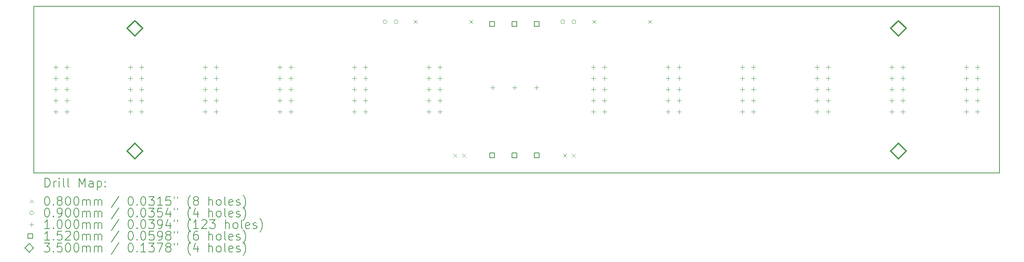
<source format=gbr>
%TF.GenerationSoftware,KiCad,Pcbnew,7.0.7-7.0.7~ubuntu22.04.1*%
%TF.CreationDate,2023-09-23T23:40:23+02:00*%
%TF.ProjectId,Distrib,44697374-7269-4622-9e6b-696361645f70,rev?*%
%TF.SameCoordinates,Original*%
%TF.FileFunction,Drillmap*%
%TF.FilePolarity,Positive*%
%FSLAX45Y45*%
G04 Gerber Fmt 4.5, Leading zero omitted, Abs format (unit mm)*
G04 Created by KiCad (PCBNEW 7.0.7-7.0.7~ubuntu22.04.1) date 2023-09-23 23:40:23*
%MOMM*%
%LPD*%
G01*
G04 APERTURE LIST*
%ADD10C,0.150000*%
%ADD11C,0.200000*%
%ADD12C,0.080000*%
%ADD13C,0.090000*%
%ADD14C,0.100000*%
%ADD15C,0.152000*%
%ADD16C,0.350000*%
G04 APERTURE END LIST*
D10*
X25100000Y-5200000D02*
X3100000Y-5200000D01*
X25100000Y-5200000D02*
X25100000Y-9000000D01*
X3100000Y-9000000D02*
X25100000Y-9000000D01*
X3100000Y-5200000D02*
X3100000Y-9000000D01*
D11*
D12*
X11752500Y-5510000D02*
X11832500Y-5590000D01*
X11832500Y-5510000D02*
X11752500Y-5590000D01*
X12660000Y-8560000D02*
X12740000Y-8640000D01*
X12740000Y-8560000D02*
X12660000Y-8640000D01*
X12860000Y-8560000D02*
X12940000Y-8640000D01*
X12940000Y-8560000D02*
X12860000Y-8640000D01*
X13022500Y-5510000D02*
X13102500Y-5590000D01*
X13102500Y-5510000D02*
X13022500Y-5590000D01*
X15160000Y-8560000D02*
X15240000Y-8640000D01*
X15240000Y-8560000D02*
X15160000Y-8640000D01*
X15360000Y-8560000D02*
X15440000Y-8640000D01*
X15440000Y-8560000D02*
X15360000Y-8640000D01*
X15825000Y-5510000D02*
X15905000Y-5590000D01*
X15905000Y-5510000D02*
X15825000Y-5590000D01*
X17095000Y-5510000D02*
X17175000Y-5590000D01*
X17175000Y-5510000D02*
X17095000Y-5590000D01*
D13*
X11145000Y-5550000D02*
G75*
G03*
X11145000Y-5550000I-45000J0D01*
G01*
X11399000Y-5550000D02*
G75*
G03*
X11399000Y-5550000I-45000J0D01*
G01*
X15195000Y-5550000D02*
G75*
G03*
X15195000Y-5550000I-45000J0D01*
G01*
X15449000Y-5550000D02*
G75*
G03*
X15449000Y-5550000I-45000J0D01*
G01*
D14*
X3600000Y-6534000D02*
X3600000Y-6634000D01*
X3550000Y-6584000D02*
X3650000Y-6584000D01*
X3600000Y-6788000D02*
X3600000Y-6888000D01*
X3550000Y-6838000D02*
X3650000Y-6838000D01*
X3600000Y-7042000D02*
X3600000Y-7142000D01*
X3550000Y-7092000D02*
X3650000Y-7092000D01*
X3600000Y-7296000D02*
X3600000Y-7396000D01*
X3550000Y-7346000D02*
X3650000Y-7346000D01*
X3600000Y-7550000D02*
X3600000Y-7650000D01*
X3550000Y-7600000D02*
X3650000Y-7600000D01*
X3854000Y-6534000D02*
X3854000Y-6634000D01*
X3804000Y-6584000D02*
X3904000Y-6584000D01*
X3854000Y-6788000D02*
X3854000Y-6888000D01*
X3804000Y-6838000D02*
X3904000Y-6838000D01*
X3854000Y-7042000D02*
X3854000Y-7142000D01*
X3804000Y-7092000D02*
X3904000Y-7092000D01*
X3854000Y-7296000D02*
X3854000Y-7396000D01*
X3804000Y-7346000D02*
X3904000Y-7346000D01*
X3854000Y-7550000D02*
X3854000Y-7650000D01*
X3804000Y-7600000D02*
X3904000Y-7600000D01*
X5300000Y-6534000D02*
X5300000Y-6634000D01*
X5250000Y-6584000D02*
X5350000Y-6584000D01*
X5300000Y-6788000D02*
X5300000Y-6888000D01*
X5250000Y-6838000D02*
X5350000Y-6838000D01*
X5300000Y-7042000D02*
X5300000Y-7142000D01*
X5250000Y-7092000D02*
X5350000Y-7092000D01*
X5300000Y-7296000D02*
X5300000Y-7396000D01*
X5250000Y-7346000D02*
X5350000Y-7346000D01*
X5300000Y-7550000D02*
X5300000Y-7650000D01*
X5250000Y-7600000D02*
X5350000Y-7600000D01*
X5554000Y-6534000D02*
X5554000Y-6634000D01*
X5504000Y-6584000D02*
X5604000Y-6584000D01*
X5554000Y-6788000D02*
X5554000Y-6888000D01*
X5504000Y-6838000D02*
X5604000Y-6838000D01*
X5554000Y-7042000D02*
X5554000Y-7142000D01*
X5504000Y-7092000D02*
X5604000Y-7092000D01*
X5554000Y-7296000D02*
X5554000Y-7396000D01*
X5504000Y-7346000D02*
X5604000Y-7346000D01*
X5554000Y-7550000D02*
X5554000Y-7650000D01*
X5504000Y-7600000D02*
X5604000Y-7600000D01*
X7000000Y-6534000D02*
X7000000Y-6634000D01*
X6950000Y-6584000D02*
X7050000Y-6584000D01*
X7000000Y-6788000D02*
X7000000Y-6888000D01*
X6950000Y-6838000D02*
X7050000Y-6838000D01*
X7000000Y-7042000D02*
X7000000Y-7142000D01*
X6950000Y-7092000D02*
X7050000Y-7092000D01*
X7000000Y-7296000D02*
X7000000Y-7396000D01*
X6950000Y-7346000D02*
X7050000Y-7346000D01*
X7000000Y-7550000D02*
X7000000Y-7650000D01*
X6950000Y-7600000D02*
X7050000Y-7600000D01*
X7254000Y-6534000D02*
X7254000Y-6634000D01*
X7204000Y-6584000D02*
X7304000Y-6584000D01*
X7254000Y-6788000D02*
X7254000Y-6888000D01*
X7204000Y-6838000D02*
X7304000Y-6838000D01*
X7254000Y-7042000D02*
X7254000Y-7142000D01*
X7204000Y-7092000D02*
X7304000Y-7092000D01*
X7254000Y-7296000D02*
X7254000Y-7396000D01*
X7204000Y-7346000D02*
X7304000Y-7346000D01*
X7254000Y-7550000D02*
X7254000Y-7650000D01*
X7204000Y-7600000D02*
X7304000Y-7600000D01*
X8700000Y-6534000D02*
X8700000Y-6634000D01*
X8650000Y-6584000D02*
X8750000Y-6584000D01*
X8700000Y-6788000D02*
X8700000Y-6888000D01*
X8650000Y-6838000D02*
X8750000Y-6838000D01*
X8700000Y-7042000D02*
X8700000Y-7142000D01*
X8650000Y-7092000D02*
X8750000Y-7092000D01*
X8700000Y-7296000D02*
X8700000Y-7396000D01*
X8650000Y-7346000D02*
X8750000Y-7346000D01*
X8700000Y-7550000D02*
X8700000Y-7650000D01*
X8650000Y-7600000D02*
X8750000Y-7600000D01*
X8954000Y-6534000D02*
X8954000Y-6634000D01*
X8904000Y-6584000D02*
X9004000Y-6584000D01*
X8954000Y-6788000D02*
X8954000Y-6888000D01*
X8904000Y-6838000D02*
X9004000Y-6838000D01*
X8954000Y-7042000D02*
X8954000Y-7142000D01*
X8904000Y-7092000D02*
X9004000Y-7092000D01*
X8954000Y-7296000D02*
X8954000Y-7396000D01*
X8904000Y-7346000D02*
X9004000Y-7346000D01*
X8954000Y-7550000D02*
X8954000Y-7650000D01*
X8904000Y-7600000D02*
X9004000Y-7600000D01*
X10400000Y-6534000D02*
X10400000Y-6634000D01*
X10350000Y-6584000D02*
X10450000Y-6584000D01*
X10400000Y-6788000D02*
X10400000Y-6888000D01*
X10350000Y-6838000D02*
X10450000Y-6838000D01*
X10400000Y-7042000D02*
X10400000Y-7142000D01*
X10350000Y-7092000D02*
X10450000Y-7092000D01*
X10400000Y-7296000D02*
X10400000Y-7396000D01*
X10350000Y-7346000D02*
X10450000Y-7346000D01*
X10400000Y-7550000D02*
X10400000Y-7650000D01*
X10350000Y-7600000D02*
X10450000Y-7600000D01*
X10654000Y-6534000D02*
X10654000Y-6634000D01*
X10604000Y-6584000D02*
X10704000Y-6584000D01*
X10654000Y-6788000D02*
X10654000Y-6888000D01*
X10604000Y-6838000D02*
X10704000Y-6838000D01*
X10654000Y-7042000D02*
X10654000Y-7142000D01*
X10604000Y-7092000D02*
X10704000Y-7092000D01*
X10654000Y-7296000D02*
X10654000Y-7396000D01*
X10604000Y-7346000D02*
X10704000Y-7346000D01*
X10654000Y-7550000D02*
X10654000Y-7650000D01*
X10604000Y-7600000D02*
X10704000Y-7600000D01*
X12100000Y-6534000D02*
X12100000Y-6634000D01*
X12050000Y-6584000D02*
X12150000Y-6584000D01*
X12100000Y-6788000D02*
X12100000Y-6888000D01*
X12050000Y-6838000D02*
X12150000Y-6838000D01*
X12100000Y-7042000D02*
X12100000Y-7142000D01*
X12050000Y-7092000D02*
X12150000Y-7092000D01*
X12100000Y-7296000D02*
X12100000Y-7396000D01*
X12050000Y-7346000D02*
X12150000Y-7346000D01*
X12100000Y-7550000D02*
X12100000Y-7650000D01*
X12050000Y-7600000D02*
X12150000Y-7600000D01*
X12354000Y-6534000D02*
X12354000Y-6634000D01*
X12304000Y-6584000D02*
X12404000Y-6584000D01*
X12354000Y-6788000D02*
X12354000Y-6888000D01*
X12304000Y-6838000D02*
X12404000Y-6838000D01*
X12354000Y-7042000D02*
X12354000Y-7142000D01*
X12304000Y-7092000D02*
X12404000Y-7092000D01*
X12354000Y-7296000D02*
X12354000Y-7396000D01*
X12304000Y-7346000D02*
X12404000Y-7346000D01*
X12354000Y-7550000D02*
X12354000Y-7650000D01*
X12304000Y-7600000D02*
X12404000Y-7600000D01*
X13550000Y-7000000D02*
X13550000Y-7100000D01*
X13500000Y-7050000D02*
X13600000Y-7050000D01*
X14050000Y-7000000D02*
X14050000Y-7100000D01*
X14000000Y-7050000D02*
X14100000Y-7050000D01*
X14550000Y-7000000D02*
X14550000Y-7100000D01*
X14500000Y-7050000D02*
X14600000Y-7050000D01*
X15846000Y-6534000D02*
X15846000Y-6634000D01*
X15796000Y-6584000D02*
X15896000Y-6584000D01*
X15846000Y-6788000D02*
X15846000Y-6888000D01*
X15796000Y-6838000D02*
X15896000Y-6838000D01*
X15846000Y-7042000D02*
X15846000Y-7142000D01*
X15796000Y-7092000D02*
X15896000Y-7092000D01*
X15846000Y-7296000D02*
X15846000Y-7396000D01*
X15796000Y-7346000D02*
X15896000Y-7346000D01*
X15846000Y-7550000D02*
X15846000Y-7650000D01*
X15796000Y-7600000D02*
X15896000Y-7600000D01*
X16100000Y-6534000D02*
X16100000Y-6634000D01*
X16050000Y-6584000D02*
X16150000Y-6584000D01*
X16100000Y-6788000D02*
X16100000Y-6888000D01*
X16050000Y-6838000D02*
X16150000Y-6838000D01*
X16100000Y-7042000D02*
X16100000Y-7142000D01*
X16050000Y-7092000D02*
X16150000Y-7092000D01*
X16100000Y-7296000D02*
X16100000Y-7396000D01*
X16050000Y-7346000D02*
X16150000Y-7346000D01*
X16100000Y-7550000D02*
X16100000Y-7650000D01*
X16050000Y-7600000D02*
X16150000Y-7600000D01*
X17546000Y-6534000D02*
X17546000Y-6634000D01*
X17496000Y-6584000D02*
X17596000Y-6584000D01*
X17546000Y-6788000D02*
X17546000Y-6888000D01*
X17496000Y-6838000D02*
X17596000Y-6838000D01*
X17546000Y-7042000D02*
X17546000Y-7142000D01*
X17496000Y-7092000D02*
X17596000Y-7092000D01*
X17546000Y-7296000D02*
X17546000Y-7396000D01*
X17496000Y-7346000D02*
X17596000Y-7346000D01*
X17546000Y-7550000D02*
X17546000Y-7650000D01*
X17496000Y-7600000D02*
X17596000Y-7600000D01*
X17800000Y-6534000D02*
X17800000Y-6634000D01*
X17750000Y-6584000D02*
X17850000Y-6584000D01*
X17800000Y-6788000D02*
X17800000Y-6888000D01*
X17750000Y-6838000D02*
X17850000Y-6838000D01*
X17800000Y-7042000D02*
X17800000Y-7142000D01*
X17750000Y-7092000D02*
X17850000Y-7092000D01*
X17800000Y-7296000D02*
X17800000Y-7396000D01*
X17750000Y-7346000D02*
X17850000Y-7346000D01*
X17800000Y-7550000D02*
X17800000Y-7650000D01*
X17750000Y-7600000D02*
X17850000Y-7600000D01*
X19246000Y-6534000D02*
X19246000Y-6634000D01*
X19196000Y-6584000D02*
X19296000Y-6584000D01*
X19246000Y-6788000D02*
X19246000Y-6888000D01*
X19196000Y-6838000D02*
X19296000Y-6838000D01*
X19246000Y-7042000D02*
X19246000Y-7142000D01*
X19196000Y-7092000D02*
X19296000Y-7092000D01*
X19246000Y-7296000D02*
X19246000Y-7396000D01*
X19196000Y-7346000D02*
X19296000Y-7346000D01*
X19246000Y-7550000D02*
X19246000Y-7650000D01*
X19196000Y-7600000D02*
X19296000Y-7600000D01*
X19500000Y-6534000D02*
X19500000Y-6634000D01*
X19450000Y-6584000D02*
X19550000Y-6584000D01*
X19500000Y-6788000D02*
X19500000Y-6888000D01*
X19450000Y-6838000D02*
X19550000Y-6838000D01*
X19500000Y-7042000D02*
X19500000Y-7142000D01*
X19450000Y-7092000D02*
X19550000Y-7092000D01*
X19500000Y-7296000D02*
X19500000Y-7396000D01*
X19450000Y-7346000D02*
X19550000Y-7346000D01*
X19500000Y-7550000D02*
X19500000Y-7650000D01*
X19450000Y-7600000D02*
X19550000Y-7600000D01*
X20946000Y-6534000D02*
X20946000Y-6634000D01*
X20896000Y-6584000D02*
X20996000Y-6584000D01*
X20946000Y-6788000D02*
X20946000Y-6888000D01*
X20896000Y-6838000D02*
X20996000Y-6838000D01*
X20946000Y-7042000D02*
X20946000Y-7142000D01*
X20896000Y-7092000D02*
X20996000Y-7092000D01*
X20946000Y-7296000D02*
X20946000Y-7396000D01*
X20896000Y-7346000D02*
X20996000Y-7346000D01*
X20946000Y-7550000D02*
X20946000Y-7650000D01*
X20896000Y-7600000D02*
X20996000Y-7600000D01*
X21200000Y-6534000D02*
X21200000Y-6634000D01*
X21150000Y-6584000D02*
X21250000Y-6584000D01*
X21200000Y-6788000D02*
X21200000Y-6888000D01*
X21150000Y-6838000D02*
X21250000Y-6838000D01*
X21200000Y-7042000D02*
X21200000Y-7142000D01*
X21150000Y-7092000D02*
X21250000Y-7092000D01*
X21200000Y-7296000D02*
X21200000Y-7396000D01*
X21150000Y-7346000D02*
X21250000Y-7346000D01*
X21200000Y-7550000D02*
X21200000Y-7650000D01*
X21150000Y-7600000D02*
X21250000Y-7600000D01*
X22646000Y-6534000D02*
X22646000Y-6634000D01*
X22596000Y-6584000D02*
X22696000Y-6584000D01*
X22646000Y-6788000D02*
X22646000Y-6888000D01*
X22596000Y-6838000D02*
X22696000Y-6838000D01*
X22646000Y-7042000D02*
X22646000Y-7142000D01*
X22596000Y-7092000D02*
X22696000Y-7092000D01*
X22646000Y-7296000D02*
X22646000Y-7396000D01*
X22596000Y-7346000D02*
X22696000Y-7346000D01*
X22646000Y-7550000D02*
X22646000Y-7650000D01*
X22596000Y-7600000D02*
X22696000Y-7600000D01*
X22900000Y-6534000D02*
X22900000Y-6634000D01*
X22850000Y-6584000D02*
X22950000Y-6584000D01*
X22900000Y-6788000D02*
X22900000Y-6888000D01*
X22850000Y-6838000D02*
X22950000Y-6838000D01*
X22900000Y-7042000D02*
X22900000Y-7142000D01*
X22850000Y-7092000D02*
X22950000Y-7092000D01*
X22900000Y-7296000D02*
X22900000Y-7396000D01*
X22850000Y-7346000D02*
X22950000Y-7346000D01*
X22900000Y-7550000D02*
X22900000Y-7650000D01*
X22850000Y-7600000D02*
X22950000Y-7600000D01*
X24346000Y-6534000D02*
X24346000Y-6634000D01*
X24296000Y-6584000D02*
X24396000Y-6584000D01*
X24346000Y-6788000D02*
X24346000Y-6888000D01*
X24296000Y-6838000D02*
X24396000Y-6838000D01*
X24346000Y-7042000D02*
X24346000Y-7142000D01*
X24296000Y-7092000D02*
X24396000Y-7092000D01*
X24346000Y-7296000D02*
X24346000Y-7396000D01*
X24296000Y-7346000D02*
X24396000Y-7346000D01*
X24346000Y-7550000D02*
X24346000Y-7650000D01*
X24296000Y-7600000D02*
X24396000Y-7600000D01*
X24600000Y-6534000D02*
X24600000Y-6634000D01*
X24550000Y-6584000D02*
X24650000Y-6584000D01*
X24600000Y-6788000D02*
X24600000Y-6888000D01*
X24550000Y-6838000D02*
X24650000Y-6838000D01*
X24600000Y-7042000D02*
X24600000Y-7142000D01*
X24550000Y-7092000D02*
X24650000Y-7092000D01*
X24600000Y-7296000D02*
X24600000Y-7396000D01*
X24550000Y-7346000D02*
X24650000Y-7346000D01*
X24600000Y-7550000D02*
X24600000Y-7650000D01*
X24550000Y-7600000D02*
X24650000Y-7600000D01*
D15*
X13595741Y-5653741D02*
X13595741Y-5546259D01*
X13488259Y-5546259D01*
X13488259Y-5653741D01*
X13595741Y-5653741D01*
X13595741Y-8653741D02*
X13595741Y-8546259D01*
X13488259Y-8546259D01*
X13488259Y-8653741D01*
X13595741Y-8653741D01*
X14103741Y-5653741D02*
X14103741Y-5546259D01*
X13996259Y-5546259D01*
X13996259Y-5653741D01*
X14103741Y-5653741D01*
X14103741Y-8653741D02*
X14103741Y-8546259D01*
X13996259Y-8546259D01*
X13996259Y-8653741D01*
X14103741Y-8653741D01*
X14611741Y-5653741D02*
X14611741Y-5546259D01*
X14504259Y-5546259D01*
X14504259Y-5653741D01*
X14611741Y-5653741D01*
X14611741Y-8653741D02*
X14611741Y-8546259D01*
X14504259Y-8546259D01*
X14504259Y-8653741D01*
X14611741Y-8653741D01*
D16*
X5400000Y-5875000D02*
X5575000Y-5700000D01*
X5400000Y-5525000D01*
X5225000Y-5700000D01*
X5400000Y-5875000D01*
X5400000Y-8675000D02*
X5575000Y-8500000D01*
X5400000Y-8325000D01*
X5225000Y-8500000D01*
X5400000Y-8675000D01*
X22800000Y-5875000D02*
X22975000Y-5700000D01*
X22800000Y-5525000D01*
X22625000Y-5700000D01*
X22800000Y-5875000D01*
X22800000Y-8675000D02*
X22975000Y-8500000D01*
X22800000Y-8325000D01*
X22625000Y-8500000D01*
X22800000Y-8675000D01*
D11*
X3353277Y-9318984D02*
X3353277Y-9118984D01*
X3353277Y-9118984D02*
X3400896Y-9118984D01*
X3400896Y-9118984D02*
X3429467Y-9128508D01*
X3429467Y-9128508D02*
X3448515Y-9147555D01*
X3448515Y-9147555D02*
X3458039Y-9166603D01*
X3458039Y-9166603D02*
X3467562Y-9204698D01*
X3467562Y-9204698D02*
X3467562Y-9233270D01*
X3467562Y-9233270D02*
X3458039Y-9271365D01*
X3458039Y-9271365D02*
X3448515Y-9290412D01*
X3448515Y-9290412D02*
X3429467Y-9309460D01*
X3429467Y-9309460D02*
X3400896Y-9318984D01*
X3400896Y-9318984D02*
X3353277Y-9318984D01*
X3553277Y-9318984D02*
X3553277Y-9185650D01*
X3553277Y-9223746D02*
X3562801Y-9204698D01*
X3562801Y-9204698D02*
X3572324Y-9195174D01*
X3572324Y-9195174D02*
X3591372Y-9185650D01*
X3591372Y-9185650D02*
X3610420Y-9185650D01*
X3677086Y-9318984D02*
X3677086Y-9185650D01*
X3677086Y-9118984D02*
X3667562Y-9128508D01*
X3667562Y-9128508D02*
X3677086Y-9138031D01*
X3677086Y-9138031D02*
X3686610Y-9128508D01*
X3686610Y-9128508D02*
X3677086Y-9118984D01*
X3677086Y-9118984D02*
X3677086Y-9138031D01*
X3800896Y-9318984D02*
X3781848Y-9309460D01*
X3781848Y-9309460D02*
X3772324Y-9290412D01*
X3772324Y-9290412D02*
X3772324Y-9118984D01*
X3905658Y-9318984D02*
X3886610Y-9309460D01*
X3886610Y-9309460D02*
X3877086Y-9290412D01*
X3877086Y-9290412D02*
X3877086Y-9118984D01*
X4134229Y-9318984D02*
X4134229Y-9118984D01*
X4134229Y-9118984D02*
X4200896Y-9261841D01*
X4200896Y-9261841D02*
X4267563Y-9118984D01*
X4267563Y-9118984D02*
X4267563Y-9318984D01*
X4448515Y-9318984D02*
X4448515Y-9214222D01*
X4448515Y-9214222D02*
X4438991Y-9195174D01*
X4438991Y-9195174D02*
X4419944Y-9185650D01*
X4419944Y-9185650D02*
X4381848Y-9185650D01*
X4381848Y-9185650D02*
X4362801Y-9195174D01*
X4448515Y-9309460D02*
X4429467Y-9318984D01*
X4429467Y-9318984D02*
X4381848Y-9318984D01*
X4381848Y-9318984D02*
X4362801Y-9309460D01*
X4362801Y-9309460D02*
X4353277Y-9290412D01*
X4353277Y-9290412D02*
X4353277Y-9271365D01*
X4353277Y-9271365D02*
X4362801Y-9252317D01*
X4362801Y-9252317D02*
X4381848Y-9242793D01*
X4381848Y-9242793D02*
X4429467Y-9242793D01*
X4429467Y-9242793D02*
X4448515Y-9233270D01*
X4543753Y-9185650D02*
X4543753Y-9385650D01*
X4543753Y-9195174D02*
X4562801Y-9185650D01*
X4562801Y-9185650D02*
X4600896Y-9185650D01*
X4600896Y-9185650D02*
X4619944Y-9195174D01*
X4619944Y-9195174D02*
X4629467Y-9204698D01*
X4629467Y-9204698D02*
X4638991Y-9223746D01*
X4638991Y-9223746D02*
X4638991Y-9280889D01*
X4638991Y-9280889D02*
X4629467Y-9299936D01*
X4629467Y-9299936D02*
X4619944Y-9309460D01*
X4619944Y-9309460D02*
X4600896Y-9318984D01*
X4600896Y-9318984D02*
X4562801Y-9318984D01*
X4562801Y-9318984D02*
X4543753Y-9309460D01*
X4724705Y-9299936D02*
X4734229Y-9309460D01*
X4734229Y-9309460D02*
X4724705Y-9318984D01*
X4724705Y-9318984D02*
X4715182Y-9309460D01*
X4715182Y-9309460D02*
X4724705Y-9299936D01*
X4724705Y-9299936D02*
X4724705Y-9318984D01*
X4724705Y-9195174D02*
X4734229Y-9204698D01*
X4734229Y-9204698D02*
X4724705Y-9214222D01*
X4724705Y-9214222D02*
X4715182Y-9204698D01*
X4715182Y-9204698D02*
X4724705Y-9195174D01*
X4724705Y-9195174D02*
X4724705Y-9214222D01*
D12*
X3012500Y-9607500D02*
X3092500Y-9687500D01*
X3092500Y-9607500D02*
X3012500Y-9687500D01*
D11*
X3391372Y-9538984D02*
X3410420Y-9538984D01*
X3410420Y-9538984D02*
X3429467Y-9548508D01*
X3429467Y-9548508D02*
X3438991Y-9558031D01*
X3438991Y-9558031D02*
X3448515Y-9577079D01*
X3448515Y-9577079D02*
X3458039Y-9615174D01*
X3458039Y-9615174D02*
X3458039Y-9662793D01*
X3458039Y-9662793D02*
X3448515Y-9700889D01*
X3448515Y-9700889D02*
X3438991Y-9719936D01*
X3438991Y-9719936D02*
X3429467Y-9729460D01*
X3429467Y-9729460D02*
X3410420Y-9738984D01*
X3410420Y-9738984D02*
X3391372Y-9738984D01*
X3391372Y-9738984D02*
X3372324Y-9729460D01*
X3372324Y-9729460D02*
X3362801Y-9719936D01*
X3362801Y-9719936D02*
X3353277Y-9700889D01*
X3353277Y-9700889D02*
X3343753Y-9662793D01*
X3343753Y-9662793D02*
X3343753Y-9615174D01*
X3343753Y-9615174D02*
X3353277Y-9577079D01*
X3353277Y-9577079D02*
X3362801Y-9558031D01*
X3362801Y-9558031D02*
X3372324Y-9548508D01*
X3372324Y-9548508D02*
X3391372Y-9538984D01*
X3543753Y-9719936D02*
X3553277Y-9729460D01*
X3553277Y-9729460D02*
X3543753Y-9738984D01*
X3543753Y-9738984D02*
X3534229Y-9729460D01*
X3534229Y-9729460D02*
X3543753Y-9719936D01*
X3543753Y-9719936D02*
X3543753Y-9738984D01*
X3667562Y-9624698D02*
X3648515Y-9615174D01*
X3648515Y-9615174D02*
X3638991Y-9605650D01*
X3638991Y-9605650D02*
X3629467Y-9586603D01*
X3629467Y-9586603D02*
X3629467Y-9577079D01*
X3629467Y-9577079D02*
X3638991Y-9558031D01*
X3638991Y-9558031D02*
X3648515Y-9548508D01*
X3648515Y-9548508D02*
X3667562Y-9538984D01*
X3667562Y-9538984D02*
X3705658Y-9538984D01*
X3705658Y-9538984D02*
X3724705Y-9548508D01*
X3724705Y-9548508D02*
X3734229Y-9558031D01*
X3734229Y-9558031D02*
X3743753Y-9577079D01*
X3743753Y-9577079D02*
X3743753Y-9586603D01*
X3743753Y-9586603D02*
X3734229Y-9605650D01*
X3734229Y-9605650D02*
X3724705Y-9615174D01*
X3724705Y-9615174D02*
X3705658Y-9624698D01*
X3705658Y-9624698D02*
X3667562Y-9624698D01*
X3667562Y-9624698D02*
X3648515Y-9634222D01*
X3648515Y-9634222D02*
X3638991Y-9643746D01*
X3638991Y-9643746D02*
X3629467Y-9662793D01*
X3629467Y-9662793D02*
X3629467Y-9700889D01*
X3629467Y-9700889D02*
X3638991Y-9719936D01*
X3638991Y-9719936D02*
X3648515Y-9729460D01*
X3648515Y-9729460D02*
X3667562Y-9738984D01*
X3667562Y-9738984D02*
X3705658Y-9738984D01*
X3705658Y-9738984D02*
X3724705Y-9729460D01*
X3724705Y-9729460D02*
X3734229Y-9719936D01*
X3734229Y-9719936D02*
X3743753Y-9700889D01*
X3743753Y-9700889D02*
X3743753Y-9662793D01*
X3743753Y-9662793D02*
X3734229Y-9643746D01*
X3734229Y-9643746D02*
X3724705Y-9634222D01*
X3724705Y-9634222D02*
X3705658Y-9624698D01*
X3867562Y-9538984D02*
X3886610Y-9538984D01*
X3886610Y-9538984D02*
X3905658Y-9548508D01*
X3905658Y-9548508D02*
X3915182Y-9558031D01*
X3915182Y-9558031D02*
X3924705Y-9577079D01*
X3924705Y-9577079D02*
X3934229Y-9615174D01*
X3934229Y-9615174D02*
X3934229Y-9662793D01*
X3934229Y-9662793D02*
X3924705Y-9700889D01*
X3924705Y-9700889D02*
X3915182Y-9719936D01*
X3915182Y-9719936D02*
X3905658Y-9729460D01*
X3905658Y-9729460D02*
X3886610Y-9738984D01*
X3886610Y-9738984D02*
X3867562Y-9738984D01*
X3867562Y-9738984D02*
X3848515Y-9729460D01*
X3848515Y-9729460D02*
X3838991Y-9719936D01*
X3838991Y-9719936D02*
X3829467Y-9700889D01*
X3829467Y-9700889D02*
X3819943Y-9662793D01*
X3819943Y-9662793D02*
X3819943Y-9615174D01*
X3819943Y-9615174D02*
X3829467Y-9577079D01*
X3829467Y-9577079D02*
X3838991Y-9558031D01*
X3838991Y-9558031D02*
X3848515Y-9548508D01*
X3848515Y-9548508D02*
X3867562Y-9538984D01*
X4058039Y-9538984D02*
X4077086Y-9538984D01*
X4077086Y-9538984D02*
X4096134Y-9548508D01*
X4096134Y-9548508D02*
X4105658Y-9558031D01*
X4105658Y-9558031D02*
X4115182Y-9577079D01*
X4115182Y-9577079D02*
X4124705Y-9615174D01*
X4124705Y-9615174D02*
X4124705Y-9662793D01*
X4124705Y-9662793D02*
X4115182Y-9700889D01*
X4115182Y-9700889D02*
X4105658Y-9719936D01*
X4105658Y-9719936D02*
X4096134Y-9729460D01*
X4096134Y-9729460D02*
X4077086Y-9738984D01*
X4077086Y-9738984D02*
X4058039Y-9738984D01*
X4058039Y-9738984D02*
X4038991Y-9729460D01*
X4038991Y-9729460D02*
X4029467Y-9719936D01*
X4029467Y-9719936D02*
X4019943Y-9700889D01*
X4019943Y-9700889D02*
X4010420Y-9662793D01*
X4010420Y-9662793D02*
X4010420Y-9615174D01*
X4010420Y-9615174D02*
X4019943Y-9577079D01*
X4019943Y-9577079D02*
X4029467Y-9558031D01*
X4029467Y-9558031D02*
X4038991Y-9548508D01*
X4038991Y-9548508D02*
X4058039Y-9538984D01*
X4210420Y-9738984D02*
X4210420Y-9605650D01*
X4210420Y-9624698D02*
X4219944Y-9615174D01*
X4219944Y-9615174D02*
X4238991Y-9605650D01*
X4238991Y-9605650D02*
X4267563Y-9605650D01*
X4267563Y-9605650D02*
X4286610Y-9615174D01*
X4286610Y-9615174D02*
X4296134Y-9634222D01*
X4296134Y-9634222D02*
X4296134Y-9738984D01*
X4296134Y-9634222D02*
X4305658Y-9615174D01*
X4305658Y-9615174D02*
X4324705Y-9605650D01*
X4324705Y-9605650D02*
X4353277Y-9605650D01*
X4353277Y-9605650D02*
X4372325Y-9615174D01*
X4372325Y-9615174D02*
X4381848Y-9634222D01*
X4381848Y-9634222D02*
X4381848Y-9738984D01*
X4477086Y-9738984D02*
X4477086Y-9605650D01*
X4477086Y-9624698D02*
X4486610Y-9615174D01*
X4486610Y-9615174D02*
X4505658Y-9605650D01*
X4505658Y-9605650D02*
X4534229Y-9605650D01*
X4534229Y-9605650D02*
X4553277Y-9615174D01*
X4553277Y-9615174D02*
X4562801Y-9634222D01*
X4562801Y-9634222D02*
X4562801Y-9738984D01*
X4562801Y-9634222D02*
X4572325Y-9615174D01*
X4572325Y-9615174D02*
X4591372Y-9605650D01*
X4591372Y-9605650D02*
X4619944Y-9605650D01*
X4619944Y-9605650D02*
X4638991Y-9615174D01*
X4638991Y-9615174D02*
X4648515Y-9634222D01*
X4648515Y-9634222D02*
X4648515Y-9738984D01*
X5038991Y-9529460D02*
X4867563Y-9786603D01*
X5296134Y-9538984D02*
X5315182Y-9538984D01*
X5315182Y-9538984D02*
X5334229Y-9548508D01*
X5334229Y-9548508D02*
X5343753Y-9558031D01*
X5343753Y-9558031D02*
X5353277Y-9577079D01*
X5353277Y-9577079D02*
X5362801Y-9615174D01*
X5362801Y-9615174D02*
X5362801Y-9662793D01*
X5362801Y-9662793D02*
X5353277Y-9700889D01*
X5353277Y-9700889D02*
X5343753Y-9719936D01*
X5343753Y-9719936D02*
X5334229Y-9729460D01*
X5334229Y-9729460D02*
X5315182Y-9738984D01*
X5315182Y-9738984D02*
X5296134Y-9738984D01*
X5296134Y-9738984D02*
X5277087Y-9729460D01*
X5277087Y-9729460D02*
X5267563Y-9719936D01*
X5267563Y-9719936D02*
X5258039Y-9700889D01*
X5258039Y-9700889D02*
X5248515Y-9662793D01*
X5248515Y-9662793D02*
X5248515Y-9615174D01*
X5248515Y-9615174D02*
X5258039Y-9577079D01*
X5258039Y-9577079D02*
X5267563Y-9558031D01*
X5267563Y-9558031D02*
X5277087Y-9548508D01*
X5277087Y-9548508D02*
X5296134Y-9538984D01*
X5448515Y-9719936D02*
X5458039Y-9729460D01*
X5458039Y-9729460D02*
X5448515Y-9738984D01*
X5448515Y-9738984D02*
X5438991Y-9729460D01*
X5438991Y-9729460D02*
X5448515Y-9719936D01*
X5448515Y-9719936D02*
X5448515Y-9738984D01*
X5581848Y-9538984D02*
X5600896Y-9538984D01*
X5600896Y-9538984D02*
X5619944Y-9548508D01*
X5619944Y-9548508D02*
X5629467Y-9558031D01*
X5629467Y-9558031D02*
X5638991Y-9577079D01*
X5638991Y-9577079D02*
X5648515Y-9615174D01*
X5648515Y-9615174D02*
X5648515Y-9662793D01*
X5648515Y-9662793D02*
X5638991Y-9700889D01*
X5638991Y-9700889D02*
X5629467Y-9719936D01*
X5629467Y-9719936D02*
X5619944Y-9729460D01*
X5619944Y-9729460D02*
X5600896Y-9738984D01*
X5600896Y-9738984D02*
X5581848Y-9738984D01*
X5581848Y-9738984D02*
X5562801Y-9729460D01*
X5562801Y-9729460D02*
X5553277Y-9719936D01*
X5553277Y-9719936D02*
X5543753Y-9700889D01*
X5543753Y-9700889D02*
X5534229Y-9662793D01*
X5534229Y-9662793D02*
X5534229Y-9615174D01*
X5534229Y-9615174D02*
X5543753Y-9577079D01*
X5543753Y-9577079D02*
X5553277Y-9558031D01*
X5553277Y-9558031D02*
X5562801Y-9548508D01*
X5562801Y-9548508D02*
X5581848Y-9538984D01*
X5715182Y-9538984D02*
X5838991Y-9538984D01*
X5838991Y-9538984D02*
X5772325Y-9615174D01*
X5772325Y-9615174D02*
X5800896Y-9615174D01*
X5800896Y-9615174D02*
X5819944Y-9624698D01*
X5819944Y-9624698D02*
X5829467Y-9634222D01*
X5829467Y-9634222D02*
X5838991Y-9653270D01*
X5838991Y-9653270D02*
X5838991Y-9700889D01*
X5838991Y-9700889D02*
X5829467Y-9719936D01*
X5829467Y-9719936D02*
X5819944Y-9729460D01*
X5819944Y-9729460D02*
X5800896Y-9738984D01*
X5800896Y-9738984D02*
X5743753Y-9738984D01*
X5743753Y-9738984D02*
X5724706Y-9729460D01*
X5724706Y-9729460D02*
X5715182Y-9719936D01*
X6029467Y-9738984D02*
X5915182Y-9738984D01*
X5972325Y-9738984D02*
X5972325Y-9538984D01*
X5972325Y-9538984D02*
X5953277Y-9567555D01*
X5953277Y-9567555D02*
X5934229Y-9586603D01*
X5934229Y-9586603D02*
X5915182Y-9596127D01*
X6210420Y-9538984D02*
X6115182Y-9538984D01*
X6115182Y-9538984D02*
X6105658Y-9634222D01*
X6105658Y-9634222D02*
X6115182Y-9624698D01*
X6115182Y-9624698D02*
X6134229Y-9615174D01*
X6134229Y-9615174D02*
X6181848Y-9615174D01*
X6181848Y-9615174D02*
X6200896Y-9624698D01*
X6200896Y-9624698D02*
X6210420Y-9634222D01*
X6210420Y-9634222D02*
X6219944Y-9653270D01*
X6219944Y-9653270D02*
X6219944Y-9700889D01*
X6219944Y-9700889D02*
X6210420Y-9719936D01*
X6210420Y-9719936D02*
X6200896Y-9729460D01*
X6200896Y-9729460D02*
X6181848Y-9738984D01*
X6181848Y-9738984D02*
X6134229Y-9738984D01*
X6134229Y-9738984D02*
X6115182Y-9729460D01*
X6115182Y-9729460D02*
X6105658Y-9719936D01*
X6296134Y-9538984D02*
X6296134Y-9577079D01*
X6372325Y-9538984D02*
X6372325Y-9577079D01*
X6667563Y-9815174D02*
X6658039Y-9805650D01*
X6658039Y-9805650D02*
X6638991Y-9777079D01*
X6638991Y-9777079D02*
X6629468Y-9758031D01*
X6629468Y-9758031D02*
X6619944Y-9729460D01*
X6619944Y-9729460D02*
X6610420Y-9681841D01*
X6610420Y-9681841D02*
X6610420Y-9643746D01*
X6610420Y-9643746D02*
X6619944Y-9596127D01*
X6619944Y-9596127D02*
X6629468Y-9567555D01*
X6629468Y-9567555D02*
X6638991Y-9548508D01*
X6638991Y-9548508D02*
X6658039Y-9519936D01*
X6658039Y-9519936D02*
X6667563Y-9510412D01*
X6772325Y-9624698D02*
X6753277Y-9615174D01*
X6753277Y-9615174D02*
X6743753Y-9605650D01*
X6743753Y-9605650D02*
X6734229Y-9586603D01*
X6734229Y-9586603D02*
X6734229Y-9577079D01*
X6734229Y-9577079D02*
X6743753Y-9558031D01*
X6743753Y-9558031D02*
X6753277Y-9548508D01*
X6753277Y-9548508D02*
X6772325Y-9538984D01*
X6772325Y-9538984D02*
X6810420Y-9538984D01*
X6810420Y-9538984D02*
X6829468Y-9548508D01*
X6829468Y-9548508D02*
X6838991Y-9558031D01*
X6838991Y-9558031D02*
X6848515Y-9577079D01*
X6848515Y-9577079D02*
X6848515Y-9586603D01*
X6848515Y-9586603D02*
X6838991Y-9605650D01*
X6838991Y-9605650D02*
X6829468Y-9615174D01*
X6829468Y-9615174D02*
X6810420Y-9624698D01*
X6810420Y-9624698D02*
X6772325Y-9624698D01*
X6772325Y-9624698D02*
X6753277Y-9634222D01*
X6753277Y-9634222D02*
X6743753Y-9643746D01*
X6743753Y-9643746D02*
X6734229Y-9662793D01*
X6734229Y-9662793D02*
X6734229Y-9700889D01*
X6734229Y-9700889D02*
X6743753Y-9719936D01*
X6743753Y-9719936D02*
X6753277Y-9729460D01*
X6753277Y-9729460D02*
X6772325Y-9738984D01*
X6772325Y-9738984D02*
X6810420Y-9738984D01*
X6810420Y-9738984D02*
X6829468Y-9729460D01*
X6829468Y-9729460D02*
X6838991Y-9719936D01*
X6838991Y-9719936D02*
X6848515Y-9700889D01*
X6848515Y-9700889D02*
X6848515Y-9662793D01*
X6848515Y-9662793D02*
X6838991Y-9643746D01*
X6838991Y-9643746D02*
X6829468Y-9634222D01*
X6829468Y-9634222D02*
X6810420Y-9624698D01*
X7086610Y-9738984D02*
X7086610Y-9538984D01*
X7172325Y-9738984D02*
X7172325Y-9634222D01*
X7172325Y-9634222D02*
X7162801Y-9615174D01*
X7162801Y-9615174D02*
X7143753Y-9605650D01*
X7143753Y-9605650D02*
X7115182Y-9605650D01*
X7115182Y-9605650D02*
X7096134Y-9615174D01*
X7096134Y-9615174D02*
X7086610Y-9624698D01*
X7296134Y-9738984D02*
X7277087Y-9729460D01*
X7277087Y-9729460D02*
X7267563Y-9719936D01*
X7267563Y-9719936D02*
X7258039Y-9700889D01*
X7258039Y-9700889D02*
X7258039Y-9643746D01*
X7258039Y-9643746D02*
X7267563Y-9624698D01*
X7267563Y-9624698D02*
X7277087Y-9615174D01*
X7277087Y-9615174D02*
X7296134Y-9605650D01*
X7296134Y-9605650D02*
X7324706Y-9605650D01*
X7324706Y-9605650D02*
X7343753Y-9615174D01*
X7343753Y-9615174D02*
X7353277Y-9624698D01*
X7353277Y-9624698D02*
X7362801Y-9643746D01*
X7362801Y-9643746D02*
X7362801Y-9700889D01*
X7362801Y-9700889D02*
X7353277Y-9719936D01*
X7353277Y-9719936D02*
X7343753Y-9729460D01*
X7343753Y-9729460D02*
X7324706Y-9738984D01*
X7324706Y-9738984D02*
X7296134Y-9738984D01*
X7477087Y-9738984D02*
X7458039Y-9729460D01*
X7458039Y-9729460D02*
X7448515Y-9710412D01*
X7448515Y-9710412D02*
X7448515Y-9538984D01*
X7629468Y-9729460D02*
X7610420Y-9738984D01*
X7610420Y-9738984D02*
X7572325Y-9738984D01*
X7572325Y-9738984D02*
X7553277Y-9729460D01*
X7553277Y-9729460D02*
X7543753Y-9710412D01*
X7543753Y-9710412D02*
X7543753Y-9634222D01*
X7543753Y-9634222D02*
X7553277Y-9615174D01*
X7553277Y-9615174D02*
X7572325Y-9605650D01*
X7572325Y-9605650D02*
X7610420Y-9605650D01*
X7610420Y-9605650D02*
X7629468Y-9615174D01*
X7629468Y-9615174D02*
X7638991Y-9634222D01*
X7638991Y-9634222D02*
X7638991Y-9653270D01*
X7638991Y-9653270D02*
X7543753Y-9672317D01*
X7715182Y-9729460D02*
X7734230Y-9738984D01*
X7734230Y-9738984D02*
X7772325Y-9738984D01*
X7772325Y-9738984D02*
X7791372Y-9729460D01*
X7791372Y-9729460D02*
X7800896Y-9710412D01*
X7800896Y-9710412D02*
X7800896Y-9700889D01*
X7800896Y-9700889D02*
X7791372Y-9681841D01*
X7791372Y-9681841D02*
X7772325Y-9672317D01*
X7772325Y-9672317D02*
X7743753Y-9672317D01*
X7743753Y-9672317D02*
X7724706Y-9662793D01*
X7724706Y-9662793D02*
X7715182Y-9643746D01*
X7715182Y-9643746D02*
X7715182Y-9634222D01*
X7715182Y-9634222D02*
X7724706Y-9615174D01*
X7724706Y-9615174D02*
X7743753Y-9605650D01*
X7743753Y-9605650D02*
X7772325Y-9605650D01*
X7772325Y-9605650D02*
X7791372Y-9615174D01*
X7867563Y-9815174D02*
X7877087Y-9805650D01*
X7877087Y-9805650D02*
X7896134Y-9777079D01*
X7896134Y-9777079D02*
X7905658Y-9758031D01*
X7905658Y-9758031D02*
X7915182Y-9729460D01*
X7915182Y-9729460D02*
X7924706Y-9681841D01*
X7924706Y-9681841D02*
X7924706Y-9643746D01*
X7924706Y-9643746D02*
X7915182Y-9596127D01*
X7915182Y-9596127D02*
X7905658Y-9567555D01*
X7905658Y-9567555D02*
X7896134Y-9548508D01*
X7896134Y-9548508D02*
X7877087Y-9519936D01*
X7877087Y-9519936D02*
X7867563Y-9510412D01*
D13*
X3092500Y-9911500D02*
G75*
G03*
X3092500Y-9911500I-45000J0D01*
G01*
D11*
X3391372Y-9802984D02*
X3410420Y-9802984D01*
X3410420Y-9802984D02*
X3429467Y-9812508D01*
X3429467Y-9812508D02*
X3438991Y-9822031D01*
X3438991Y-9822031D02*
X3448515Y-9841079D01*
X3448515Y-9841079D02*
X3458039Y-9879174D01*
X3458039Y-9879174D02*
X3458039Y-9926793D01*
X3458039Y-9926793D02*
X3448515Y-9964889D01*
X3448515Y-9964889D02*
X3438991Y-9983936D01*
X3438991Y-9983936D02*
X3429467Y-9993460D01*
X3429467Y-9993460D02*
X3410420Y-10002984D01*
X3410420Y-10002984D02*
X3391372Y-10002984D01*
X3391372Y-10002984D02*
X3372324Y-9993460D01*
X3372324Y-9993460D02*
X3362801Y-9983936D01*
X3362801Y-9983936D02*
X3353277Y-9964889D01*
X3353277Y-9964889D02*
X3343753Y-9926793D01*
X3343753Y-9926793D02*
X3343753Y-9879174D01*
X3343753Y-9879174D02*
X3353277Y-9841079D01*
X3353277Y-9841079D02*
X3362801Y-9822031D01*
X3362801Y-9822031D02*
X3372324Y-9812508D01*
X3372324Y-9812508D02*
X3391372Y-9802984D01*
X3543753Y-9983936D02*
X3553277Y-9993460D01*
X3553277Y-9993460D02*
X3543753Y-10002984D01*
X3543753Y-10002984D02*
X3534229Y-9993460D01*
X3534229Y-9993460D02*
X3543753Y-9983936D01*
X3543753Y-9983936D02*
X3543753Y-10002984D01*
X3648515Y-10002984D02*
X3686610Y-10002984D01*
X3686610Y-10002984D02*
X3705658Y-9993460D01*
X3705658Y-9993460D02*
X3715182Y-9983936D01*
X3715182Y-9983936D02*
X3734229Y-9955365D01*
X3734229Y-9955365D02*
X3743753Y-9917270D01*
X3743753Y-9917270D02*
X3743753Y-9841079D01*
X3743753Y-9841079D02*
X3734229Y-9822031D01*
X3734229Y-9822031D02*
X3724705Y-9812508D01*
X3724705Y-9812508D02*
X3705658Y-9802984D01*
X3705658Y-9802984D02*
X3667562Y-9802984D01*
X3667562Y-9802984D02*
X3648515Y-9812508D01*
X3648515Y-9812508D02*
X3638991Y-9822031D01*
X3638991Y-9822031D02*
X3629467Y-9841079D01*
X3629467Y-9841079D02*
X3629467Y-9888698D01*
X3629467Y-9888698D02*
X3638991Y-9907746D01*
X3638991Y-9907746D02*
X3648515Y-9917270D01*
X3648515Y-9917270D02*
X3667562Y-9926793D01*
X3667562Y-9926793D02*
X3705658Y-9926793D01*
X3705658Y-9926793D02*
X3724705Y-9917270D01*
X3724705Y-9917270D02*
X3734229Y-9907746D01*
X3734229Y-9907746D02*
X3743753Y-9888698D01*
X3867562Y-9802984D02*
X3886610Y-9802984D01*
X3886610Y-9802984D02*
X3905658Y-9812508D01*
X3905658Y-9812508D02*
X3915182Y-9822031D01*
X3915182Y-9822031D02*
X3924705Y-9841079D01*
X3924705Y-9841079D02*
X3934229Y-9879174D01*
X3934229Y-9879174D02*
X3934229Y-9926793D01*
X3934229Y-9926793D02*
X3924705Y-9964889D01*
X3924705Y-9964889D02*
X3915182Y-9983936D01*
X3915182Y-9983936D02*
X3905658Y-9993460D01*
X3905658Y-9993460D02*
X3886610Y-10002984D01*
X3886610Y-10002984D02*
X3867562Y-10002984D01*
X3867562Y-10002984D02*
X3848515Y-9993460D01*
X3848515Y-9993460D02*
X3838991Y-9983936D01*
X3838991Y-9983936D02*
X3829467Y-9964889D01*
X3829467Y-9964889D02*
X3819943Y-9926793D01*
X3819943Y-9926793D02*
X3819943Y-9879174D01*
X3819943Y-9879174D02*
X3829467Y-9841079D01*
X3829467Y-9841079D02*
X3838991Y-9822031D01*
X3838991Y-9822031D02*
X3848515Y-9812508D01*
X3848515Y-9812508D02*
X3867562Y-9802984D01*
X4058039Y-9802984D02*
X4077086Y-9802984D01*
X4077086Y-9802984D02*
X4096134Y-9812508D01*
X4096134Y-9812508D02*
X4105658Y-9822031D01*
X4105658Y-9822031D02*
X4115182Y-9841079D01*
X4115182Y-9841079D02*
X4124705Y-9879174D01*
X4124705Y-9879174D02*
X4124705Y-9926793D01*
X4124705Y-9926793D02*
X4115182Y-9964889D01*
X4115182Y-9964889D02*
X4105658Y-9983936D01*
X4105658Y-9983936D02*
X4096134Y-9993460D01*
X4096134Y-9993460D02*
X4077086Y-10002984D01*
X4077086Y-10002984D02*
X4058039Y-10002984D01*
X4058039Y-10002984D02*
X4038991Y-9993460D01*
X4038991Y-9993460D02*
X4029467Y-9983936D01*
X4029467Y-9983936D02*
X4019943Y-9964889D01*
X4019943Y-9964889D02*
X4010420Y-9926793D01*
X4010420Y-9926793D02*
X4010420Y-9879174D01*
X4010420Y-9879174D02*
X4019943Y-9841079D01*
X4019943Y-9841079D02*
X4029467Y-9822031D01*
X4029467Y-9822031D02*
X4038991Y-9812508D01*
X4038991Y-9812508D02*
X4058039Y-9802984D01*
X4210420Y-10002984D02*
X4210420Y-9869650D01*
X4210420Y-9888698D02*
X4219944Y-9879174D01*
X4219944Y-9879174D02*
X4238991Y-9869650D01*
X4238991Y-9869650D02*
X4267563Y-9869650D01*
X4267563Y-9869650D02*
X4286610Y-9879174D01*
X4286610Y-9879174D02*
X4296134Y-9898222D01*
X4296134Y-9898222D02*
X4296134Y-10002984D01*
X4296134Y-9898222D02*
X4305658Y-9879174D01*
X4305658Y-9879174D02*
X4324705Y-9869650D01*
X4324705Y-9869650D02*
X4353277Y-9869650D01*
X4353277Y-9869650D02*
X4372325Y-9879174D01*
X4372325Y-9879174D02*
X4381848Y-9898222D01*
X4381848Y-9898222D02*
X4381848Y-10002984D01*
X4477086Y-10002984D02*
X4477086Y-9869650D01*
X4477086Y-9888698D02*
X4486610Y-9879174D01*
X4486610Y-9879174D02*
X4505658Y-9869650D01*
X4505658Y-9869650D02*
X4534229Y-9869650D01*
X4534229Y-9869650D02*
X4553277Y-9879174D01*
X4553277Y-9879174D02*
X4562801Y-9898222D01*
X4562801Y-9898222D02*
X4562801Y-10002984D01*
X4562801Y-9898222D02*
X4572325Y-9879174D01*
X4572325Y-9879174D02*
X4591372Y-9869650D01*
X4591372Y-9869650D02*
X4619944Y-9869650D01*
X4619944Y-9869650D02*
X4638991Y-9879174D01*
X4638991Y-9879174D02*
X4648515Y-9898222D01*
X4648515Y-9898222D02*
X4648515Y-10002984D01*
X5038991Y-9793460D02*
X4867563Y-10050603D01*
X5296134Y-9802984D02*
X5315182Y-9802984D01*
X5315182Y-9802984D02*
X5334229Y-9812508D01*
X5334229Y-9812508D02*
X5343753Y-9822031D01*
X5343753Y-9822031D02*
X5353277Y-9841079D01*
X5353277Y-9841079D02*
X5362801Y-9879174D01*
X5362801Y-9879174D02*
X5362801Y-9926793D01*
X5362801Y-9926793D02*
X5353277Y-9964889D01*
X5353277Y-9964889D02*
X5343753Y-9983936D01*
X5343753Y-9983936D02*
X5334229Y-9993460D01*
X5334229Y-9993460D02*
X5315182Y-10002984D01*
X5315182Y-10002984D02*
X5296134Y-10002984D01*
X5296134Y-10002984D02*
X5277087Y-9993460D01*
X5277087Y-9993460D02*
X5267563Y-9983936D01*
X5267563Y-9983936D02*
X5258039Y-9964889D01*
X5258039Y-9964889D02*
X5248515Y-9926793D01*
X5248515Y-9926793D02*
X5248515Y-9879174D01*
X5248515Y-9879174D02*
X5258039Y-9841079D01*
X5258039Y-9841079D02*
X5267563Y-9822031D01*
X5267563Y-9822031D02*
X5277087Y-9812508D01*
X5277087Y-9812508D02*
X5296134Y-9802984D01*
X5448515Y-9983936D02*
X5458039Y-9993460D01*
X5458039Y-9993460D02*
X5448515Y-10002984D01*
X5448515Y-10002984D02*
X5438991Y-9993460D01*
X5438991Y-9993460D02*
X5448515Y-9983936D01*
X5448515Y-9983936D02*
X5448515Y-10002984D01*
X5581848Y-9802984D02*
X5600896Y-9802984D01*
X5600896Y-9802984D02*
X5619944Y-9812508D01*
X5619944Y-9812508D02*
X5629467Y-9822031D01*
X5629467Y-9822031D02*
X5638991Y-9841079D01*
X5638991Y-9841079D02*
X5648515Y-9879174D01*
X5648515Y-9879174D02*
X5648515Y-9926793D01*
X5648515Y-9926793D02*
X5638991Y-9964889D01*
X5638991Y-9964889D02*
X5629467Y-9983936D01*
X5629467Y-9983936D02*
X5619944Y-9993460D01*
X5619944Y-9993460D02*
X5600896Y-10002984D01*
X5600896Y-10002984D02*
X5581848Y-10002984D01*
X5581848Y-10002984D02*
X5562801Y-9993460D01*
X5562801Y-9993460D02*
X5553277Y-9983936D01*
X5553277Y-9983936D02*
X5543753Y-9964889D01*
X5543753Y-9964889D02*
X5534229Y-9926793D01*
X5534229Y-9926793D02*
X5534229Y-9879174D01*
X5534229Y-9879174D02*
X5543753Y-9841079D01*
X5543753Y-9841079D02*
X5553277Y-9822031D01*
X5553277Y-9822031D02*
X5562801Y-9812508D01*
X5562801Y-9812508D02*
X5581848Y-9802984D01*
X5715182Y-9802984D02*
X5838991Y-9802984D01*
X5838991Y-9802984D02*
X5772325Y-9879174D01*
X5772325Y-9879174D02*
X5800896Y-9879174D01*
X5800896Y-9879174D02*
X5819944Y-9888698D01*
X5819944Y-9888698D02*
X5829467Y-9898222D01*
X5829467Y-9898222D02*
X5838991Y-9917270D01*
X5838991Y-9917270D02*
X5838991Y-9964889D01*
X5838991Y-9964889D02*
X5829467Y-9983936D01*
X5829467Y-9983936D02*
X5819944Y-9993460D01*
X5819944Y-9993460D02*
X5800896Y-10002984D01*
X5800896Y-10002984D02*
X5743753Y-10002984D01*
X5743753Y-10002984D02*
X5724706Y-9993460D01*
X5724706Y-9993460D02*
X5715182Y-9983936D01*
X6019944Y-9802984D02*
X5924706Y-9802984D01*
X5924706Y-9802984D02*
X5915182Y-9898222D01*
X5915182Y-9898222D02*
X5924706Y-9888698D01*
X5924706Y-9888698D02*
X5943753Y-9879174D01*
X5943753Y-9879174D02*
X5991372Y-9879174D01*
X5991372Y-9879174D02*
X6010420Y-9888698D01*
X6010420Y-9888698D02*
X6019944Y-9898222D01*
X6019944Y-9898222D02*
X6029467Y-9917270D01*
X6029467Y-9917270D02*
X6029467Y-9964889D01*
X6029467Y-9964889D02*
X6019944Y-9983936D01*
X6019944Y-9983936D02*
X6010420Y-9993460D01*
X6010420Y-9993460D02*
X5991372Y-10002984D01*
X5991372Y-10002984D02*
X5943753Y-10002984D01*
X5943753Y-10002984D02*
X5924706Y-9993460D01*
X5924706Y-9993460D02*
X5915182Y-9983936D01*
X6200896Y-9869650D02*
X6200896Y-10002984D01*
X6153277Y-9793460D02*
X6105658Y-9936317D01*
X6105658Y-9936317D02*
X6229467Y-9936317D01*
X6296134Y-9802984D02*
X6296134Y-9841079D01*
X6372325Y-9802984D02*
X6372325Y-9841079D01*
X6667563Y-10079174D02*
X6658039Y-10069650D01*
X6658039Y-10069650D02*
X6638991Y-10041079D01*
X6638991Y-10041079D02*
X6629468Y-10022031D01*
X6629468Y-10022031D02*
X6619944Y-9993460D01*
X6619944Y-9993460D02*
X6610420Y-9945841D01*
X6610420Y-9945841D02*
X6610420Y-9907746D01*
X6610420Y-9907746D02*
X6619944Y-9860127D01*
X6619944Y-9860127D02*
X6629468Y-9831555D01*
X6629468Y-9831555D02*
X6638991Y-9812508D01*
X6638991Y-9812508D02*
X6658039Y-9783936D01*
X6658039Y-9783936D02*
X6667563Y-9774412D01*
X6829468Y-9869650D02*
X6829468Y-10002984D01*
X6781848Y-9793460D02*
X6734229Y-9936317D01*
X6734229Y-9936317D02*
X6858039Y-9936317D01*
X7086610Y-10002984D02*
X7086610Y-9802984D01*
X7172325Y-10002984D02*
X7172325Y-9898222D01*
X7172325Y-9898222D02*
X7162801Y-9879174D01*
X7162801Y-9879174D02*
X7143753Y-9869650D01*
X7143753Y-9869650D02*
X7115182Y-9869650D01*
X7115182Y-9869650D02*
X7096134Y-9879174D01*
X7096134Y-9879174D02*
X7086610Y-9888698D01*
X7296134Y-10002984D02*
X7277087Y-9993460D01*
X7277087Y-9993460D02*
X7267563Y-9983936D01*
X7267563Y-9983936D02*
X7258039Y-9964889D01*
X7258039Y-9964889D02*
X7258039Y-9907746D01*
X7258039Y-9907746D02*
X7267563Y-9888698D01*
X7267563Y-9888698D02*
X7277087Y-9879174D01*
X7277087Y-9879174D02*
X7296134Y-9869650D01*
X7296134Y-9869650D02*
X7324706Y-9869650D01*
X7324706Y-9869650D02*
X7343753Y-9879174D01*
X7343753Y-9879174D02*
X7353277Y-9888698D01*
X7353277Y-9888698D02*
X7362801Y-9907746D01*
X7362801Y-9907746D02*
X7362801Y-9964889D01*
X7362801Y-9964889D02*
X7353277Y-9983936D01*
X7353277Y-9983936D02*
X7343753Y-9993460D01*
X7343753Y-9993460D02*
X7324706Y-10002984D01*
X7324706Y-10002984D02*
X7296134Y-10002984D01*
X7477087Y-10002984D02*
X7458039Y-9993460D01*
X7458039Y-9993460D02*
X7448515Y-9974412D01*
X7448515Y-9974412D02*
X7448515Y-9802984D01*
X7629468Y-9993460D02*
X7610420Y-10002984D01*
X7610420Y-10002984D02*
X7572325Y-10002984D01*
X7572325Y-10002984D02*
X7553277Y-9993460D01*
X7553277Y-9993460D02*
X7543753Y-9974412D01*
X7543753Y-9974412D02*
X7543753Y-9898222D01*
X7543753Y-9898222D02*
X7553277Y-9879174D01*
X7553277Y-9879174D02*
X7572325Y-9869650D01*
X7572325Y-9869650D02*
X7610420Y-9869650D01*
X7610420Y-9869650D02*
X7629468Y-9879174D01*
X7629468Y-9879174D02*
X7638991Y-9898222D01*
X7638991Y-9898222D02*
X7638991Y-9917270D01*
X7638991Y-9917270D02*
X7543753Y-9936317D01*
X7715182Y-9993460D02*
X7734230Y-10002984D01*
X7734230Y-10002984D02*
X7772325Y-10002984D01*
X7772325Y-10002984D02*
X7791372Y-9993460D01*
X7791372Y-9993460D02*
X7800896Y-9974412D01*
X7800896Y-9974412D02*
X7800896Y-9964889D01*
X7800896Y-9964889D02*
X7791372Y-9945841D01*
X7791372Y-9945841D02*
X7772325Y-9936317D01*
X7772325Y-9936317D02*
X7743753Y-9936317D01*
X7743753Y-9936317D02*
X7724706Y-9926793D01*
X7724706Y-9926793D02*
X7715182Y-9907746D01*
X7715182Y-9907746D02*
X7715182Y-9898222D01*
X7715182Y-9898222D02*
X7724706Y-9879174D01*
X7724706Y-9879174D02*
X7743753Y-9869650D01*
X7743753Y-9869650D02*
X7772325Y-9869650D01*
X7772325Y-9869650D02*
X7791372Y-9879174D01*
X7867563Y-10079174D02*
X7877087Y-10069650D01*
X7877087Y-10069650D02*
X7896134Y-10041079D01*
X7896134Y-10041079D02*
X7905658Y-10022031D01*
X7905658Y-10022031D02*
X7915182Y-9993460D01*
X7915182Y-9993460D02*
X7924706Y-9945841D01*
X7924706Y-9945841D02*
X7924706Y-9907746D01*
X7924706Y-9907746D02*
X7915182Y-9860127D01*
X7915182Y-9860127D02*
X7905658Y-9831555D01*
X7905658Y-9831555D02*
X7896134Y-9812508D01*
X7896134Y-9812508D02*
X7877087Y-9783936D01*
X7877087Y-9783936D02*
X7867563Y-9774412D01*
D14*
X3042500Y-10125500D02*
X3042500Y-10225500D01*
X2992500Y-10175500D02*
X3092500Y-10175500D01*
D11*
X3458039Y-10266984D02*
X3343753Y-10266984D01*
X3400896Y-10266984D02*
X3400896Y-10066984D01*
X3400896Y-10066984D02*
X3381848Y-10095555D01*
X3381848Y-10095555D02*
X3362801Y-10114603D01*
X3362801Y-10114603D02*
X3343753Y-10124127D01*
X3543753Y-10247936D02*
X3553277Y-10257460D01*
X3553277Y-10257460D02*
X3543753Y-10266984D01*
X3543753Y-10266984D02*
X3534229Y-10257460D01*
X3534229Y-10257460D02*
X3543753Y-10247936D01*
X3543753Y-10247936D02*
X3543753Y-10266984D01*
X3677086Y-10066984D02*
X3696134Y-10066984D01*
X3696134Y-10066984D02*
X3715182Y-10076508D01*
X3715182Y-10076508D02*
X3724705Y-10086031D01*
X3724705Y-10086031D02*
X3734229Y-10105079D01*
X3734229Y-10105079D02*
X3743753Y-10143174D01*
X3743753Y-10143174D02*
X3743753Y-10190793D01*
X3743753Y-10190793D02*
X3734229Y-10228889D01*
X3734229Y-10228889D02*
X3724705Y-10247936D01*
X3724705Y-10247936D02*
X3715182Y-10257460D01*
X3715182Y-10257460D02*
X3696134Y-10266984D01*
X3696134Y-10266984D02*
X3677086Y-10266984D01*
X3677086Y-10266984D02*
X3658039Y-10257460D01*
X3658039Y-10257460D02*
X3648515Y-10247936D01*
X3648515Y-10247936D02*
X3638991Y-10228889D01*
X3638991Y-10228889D02*
X3629467Y-10190793D01*
X3629467Y-10190793D02*
X3629467Y-10143174D01*
X3629467Y-10143174D02*
X3638991Y-10105079D01*
X3638991Y-10105079D02*
X3648515Y-10086031D01*
X3648515Y-10086031D02*
X3658039Y-10076508D01*
X3658039Y-10076508D02*
X3677086Y-10066984D01*
X3867562Y-10066984D02*
X3886610Y-10066984D01*
X3886610Y-10066984D02*
X3905658Y-10076508D01*
X3905658Y-10076508D02*
X3915182Y-10086031D01*
X3915182Y-10086031D02*
X3924705Y-10105079D01*
X3924705Y-10105079D02*
X3934229Y-10143174D01*
X3934229Y-10143174D02*
X3934229Y-10190793D01*
X3934229Y-10190793D02*
X3924705Y-10228889D01*
X3924705Y-10228889D02*
X3915182Y-10247936D01*
X3915182Y-10247936D02*
X3905658Y-10257460D01*
X3905658Y-10257460D02*
X3886610Y-10266984D01*
X3886610Y-10266984D02*
X3867562Y-10266984D01*
X3867562Y-10266984D02*
X3848515Y-10257460D01*
X3848515Y-10257460D02*
X3838991Y-10247936D01*
X3838991Y-10247936D02*
X3829467Y-10228889D01*
X3829467Y-10228889D02*
X3819943Y-10190793D01*
X3819943Y-10190793D02*
X3819943Y-10143174D01*
X3819943Y-10143174D02*
X3829467Y-10105079D01*
X3829467Y-10105079D02*
X3838991Y-10086031D01*
X3838991Y-10086031D02*
X3848515Y-10076508D01*
X3848515Y-10076508D02*
X3867562Y-10066984D01*
X4058039Y-10066984D02*
X4077086Y-10066984D01*
X4077086Y-10066984D02*
X4096134Y-10076508D01*
X4096134Y-10076508D02*
X4105658Y-10086031D01*
X4105658Y-10086031D02*
X4115182Y-10105079D01*
X4115182Y-10105079D02*
X4124705Y-10143174D01*
X4124705Y-10143174D02*
X4124705Y-10190793D01*
X4124705Y-10190793D02*
X4115182Y-10228889D01*
X4115182Y-10228889D02*
X4105658Y-10247936D01*
X4105658Y-10247936D02*
X4096134Y-10257460D01*
X4096134Y-10257460D02*
X4077086Y-10266984D01*
X4077086Y-10266984D02*
X4058039Y-10266984D01*
X4058039Y-10266984D02*
X4038991Y-10257460D01*
X4038991Y-10257460D02*
X4029467Y-10247936D01*
X4029467Y-10247936D02*
X4019943Y-10228889D01*
X4019943Y-10228889D02*
X4010420Y-10190793D01*
X4010420Y-10190793D02*
X4010420Y-10143174D01*
X4010420Y-10143174D02*
X4019943Y-10105079D01*
X4019943Y-10105079D02*
X4029467Y-10086031D01*
X4029467Y-10086031D02*
X4038991Y-10076508D01*
X4038991Y-10076508D02*
X4058039Y-10066984D01*
X4210420Y-10266984D02*
X4210420Y-10133650D01*
X4210420Y-10152698D02*
X4219944Y-10143174D01*
X4219944Y-10143174D02*
X4238991Y-10133650D01*
X4238991Y-10133650D02*
X4267563Y-10133650D01*
X4267563Y-10133650D02*
X4286610Y-10143174D01*
X4286610Y-10143174D02*
X4296134Y-10162222D01*
X4296134Y-10162222D02*
X4296134Y-10266984D01*
X4296134Y-10162222D02*
X4305658Y-10143174D01*
X4305658Y-10143174D02*
X4324705Y-10133650D01*
X4324705Y-10133650D02*
X4353277Y-10133650D01*
X4353277Y-10133650D02*
X4372325Y-10143174D01*
X4372325Y-10143174D02*
X4381848Y-10162222D01*
X4381848Y-10162222D02*
X4381848Y-10266984D01*
X4477086Y-10266984D02*
X4477086Y-10133650D01*
X4477086Y-10152698D02*
X4486610Y-10143174D01*
X4486610Y-10143174D02*
X4505658Y-10133650D01*
X4505658Y-10133650D02*
X4534229Y-10133650D01*
X4534229Y-10133650D02*
X4553277Y-10143174D01*
X4553277Y-10143174D02*
X4562801Y-10162222D01*
X4562801Y-10162222D02*
X4562801Y-10266984D01*
X4562801Y-10162222D02*
X4572325Y-10143174D01*
X4572325Y-10143174D02*
X4591372Y-10133650D01*
X4591372Y-10133650D02*
X4619944Y-10133650D01*
X4619944Y-10133650D02*
X4638991Y-10143174D01*
X4638991Y-10143174D02*
X4648515Y-10162222D01*
X4648515Y-10162222D02*
X4648515Y-10266984D01*
X5038991Y-10057460D02*
X4867563Y-10314603D01*
X5296134Y-10066984D02*
X5315182Y-10066984D01*
X5315182Y-10066984D02*
X5334229Y-10076508D01*
X5334229Y-10076508D02*
X5343753Y-10086031D01*
X5343753Y-10086031D02*
X5353277Y-10105079D01*
X5353277Y-10105079D02*
X5362801Y-10143174D01*
X5362801Y-10143174D02*
X5362801Y-10190793D01*
X5362801Y-10190793D02*
X5353277Y-10228889D01*
X5353277Y-10228889D02*
X5343753Y-10247936D01*
X5343753Y-10247936D02*
X5334229Y-10257460D01*
X5334229Y-10257460D02*
X5315182Y-10266984D01*
X5315182Y-10266984D02*
X5296134Y-10266984D01*
X5296134Y-10266984D02*
X5277087Y-10257460D01*
X5277087Y-10257460D02*
X5267563Y-10247936D01*
X5267563Y-10247936D02*
X5258039Y-10228889D01*
X5258039Y-10228889D02*
X5248515Y-10190793D01*
X5248515Y-10190793D02*
X5248515Y-10143174D01*
X5248515Y-10143174D02*
X5258039Y-10105079D01*
X5258039Y-10105079D02*
X5267563Y-10086031D01*
X5267563Y-10086031D02*
X5277087Y-10076508D01*
X5277087Y-10076508D02*
X5296134Y-10066984D01*
X5448515Y-10247936D02*
X5458039Y-10257460D01*
X5458039Y-10257460D02*
X5448515Y-10266984D01*
X5448515Y-10266984D02*
X5438991Y-10257460D01*
X5438991Y-10257460D02*
X5448515Y-10247936D01*
X5448515Y-10247936D02*
X5448515Y-10266984D01*
X5581848Y-10066984D02*
X5600896Y-10066984D01*
X5600896Y-10066984D02*
X5619944Y-10076508D01*
X5619944Y-10076508D02*
X5629467Y-10086031D01*
X5629467Y-10086031D02*
X5638991Y-10105079D01*
X5638991Y-10105079D02*
X5648515Y-10143174D01*
X5648515Y-10143174D02*
X5648515Y-10190793D01*
X5648515Y-10190793D02*
X5638991Y-10228889D01*
X5638991Y-10228889D02*
X5629467Y-10247936D01*
X5629467Y-10247936D02*
X5619944Y-10257460D01*
X5619944Y-10257460D02*
X5600896Y-10266984D01*
X5600896Y-10266984D02*
X5581848Y-10266984D01*
X5581848Y-10266984D02*
X5562801Y-10257460D01*
X5562801Y-10257460D02*
X5553277Y-10247936D01*
X5553277Y-10247936D02*
X5543753Y-10228889D01*
X5543753Y-10228889D02*
X5534229Y-10190793D01*
X5534229Y-10190793D02*
X5534229Y-10143174D01*
X5534229Y-10143174D02*
X5543753Y-10105079D01*
X5543753Y-10105079D02*
X5553277Y-10086031D01*
X5553277Y-10086031D02*
X5562801Y-10076508D01*
X5562801Y-10076508D02*
X5581848Y-10066984D01*
X5715182Y-10066984D02*
X5838991Y-10066984D01*
X5838991Y-10066984D02*
X5772325Y-10143174D01*
X5772325Y-10143174D02*
X5800896Y-10143174D01*
X5800896Y-10143174D02*
X5819944Y-10152698D01*
X5819944Y-10152698D02*
X5829467Y-10162222D01*
X5829467Y-10162222D02*
X5838991Y-10181270D01*
X5838991Y-10181270D02*
X5838991Y-10228889D01*
X5838991Y-10228889D02*
X5829467Y-10247936D01*
X5829467Y-10247936D02*
X5819944Y-10257460D01*
X5819944Y-10257460D02*
X5800896Y-10266984D01*
X5800896Y-10266984D02*
X5743753Y-10266984D01*
X5743753Y-10266984D02*
X5724706Y-10257460D01*
X5724706Y-10257460D02*
X5715182Y-10247936D01*
X5934229Y-10266984D02*
X5972325Y-10266984D01*
X5972325Y-10266984D02*
X5991372Y-10257460D01*
X5991372Y-10257460D02*
X6000896Y-10247936D01*
X6000896Y-10247936D02*
X6019944Y-10219365D01*
X6019944Y-10219365D02*
X6029467Y-10181270D01*
X6029467Y-10181270D02*
X6029467Y-10105079D01*
X6029467Y-10105079D02*
X6019944Y-10086031D01*
X6019944Y-10086031D02*
X6010420Y-10076508D01*
X6010420Y-10076508D02*
X5991372Y-10066984D01*
X5991372Y-10066984D02*
X5953277Y-10066984D01*
X5953277Y-10066984D02*
X5934229Y-10076508D01*
X5934229Y-10076508D02*
X5924706Y-10086031D01*
X5924706Y-10086031D02*
X5915182Y-10105079D01*
X5915182Y-10105079D02*
X5915182Y-10152698D01*
X5915182Y-10152698D02*
X5924706Y-10171746D01*
X5924706Y-10171746D02*
X5934229Y-10181270D01*
X5934229Y-10181270D02*
X5953277Y-10190793D01*
X5953277Y-10190793D02*
X5991372Y-10190793D01*
X5991372Y-10190793D02*
X6010420Y-10181270D01*
X6010420Y-10181270D02*
X6019944Y-10171746D01*
X6019944Y-10171746D02*
X6029467Y-10152698D01*
X6200896Y-10133650D02*
X6200896Y-10266984D01*
X6153277Y-10057460D02*
X6105658Y-10200317D01*
X6105658Y-10200317D02*
X6229467Y-10200317D01*
X6296134Y-10066984D02*
X6296134Y-10105079D01*
X6372325Y-10066984D02*
X6372325Y-10105079D01*
X6667563Y-10343174D02*
X6658039Y-10333650D01*
X6658039Y-10333650D02*
X6638991Y-10305079D01*
X6638991Y-10305079D02*
X6629468Y-10286031D01*
X6629468Y-10286031D02*
X6619944Y-10257460D01*
X6619944Y-10257460D02*
X6610420Y-10209841D01*
X6610420Y-10209841D02*
X6610420Y-10171746D01*
X6610420Y-10171746D02*
X6619944Y-10124127D01*
X6619944Y-10124127D02*
X6629468Y-10095555D01*
X6629468Y-10095555D02*
X6638991Y-10076508D01*
X6638991Y-10076508D02*
X6658039Y-10047936D01*
X6658039Y-10047936D02*
X6667563Y-10038412D01*
X6848515Y-10266984D02*
X6734229Y-10266984D01*
X6791372Y-10266984D02*
X6791372Y-10066984D01*
X6791372Y-10066984D02*
X6772325Y-10095555D01*
X6772325Y-10095555D02*
X6753277Y-10114603D01*
X6753277Y-10114603D02*
X6734229Y-10124127D01*
X6924706Y-10086031D02*
X6934229Y-10076508D01*
X6934229Y-10076508D02*
X6953277Y-10066984D01*
X6953277Y-10066984D02*
X7000896Y-10066984D01*
X7000896Y-10066984D02*
X7019944Y-10076508D01*
X7019944Y-10076508D02*
X7029468Y-10086031D01*
X7029468Y-10086031D02*
X7038991Y-10105079D01*
X7038991Y-10105079D02*
X7038991Y-10124127D01*
X7038991Y-10124127D02*
X7029468Y-10152698D01*
X7029468Y-10152698D02*
X6915182Y-10266984D01*
X6915182Y-10266984D02*
X7038991Y-10266984D01*
X7105658Y-10066984D02*
X7229468Y-10066984D01*
X7229468Y-10066984D02*
X7162801Y-10143174D01*
X7162801Y-10143174D02*
X7191372Y-10143174D01*
X7191372Y-10143174D02*
X7210420Y-10152698D01*
X7210420Y-10152698D02*
X7219944Y-10162222D01*
X7219944Y-10162222D02*
X7229468Y-10181270D01*
X7229468Y-10181270D02*
X7229468Y-10228889D01*
X7229468Y-10228889D02*
X7219944Y-10247936D01*
X7219944Y-10247936D02*
X7210420Y-10257460D01*
X7210420Y-10257460D02*
X7191372Y-10266984D01*
X7191372Y-10266984D02*
X7134229Y-10266984D01*
X7134229Y-10266984D02*
X7115182Y-10257460D01*
X7115182Y-10257460D02*
X7105658Y-10247936D01*
X7467563Y-10266984D02*
X7467563Y-10066984D01*
X7553277Y-10266984D02*
X7553277Y-10162222D01*
X7553277Y-10162222D02*
X7543753Y-10143174D01*
X7543753Y-10143174D02*
X7524706Y-10133650D01*
X7524706Y-10133650D02*
X7496134Y-10133650D01*
X7496134Y-10133650D02*
X7477087Y-10143174D01*
X7477087Y-10143174D02*
X7467563Y-10152698D01*
X7677087Y-10266984D02*
X7658039Y-10257460D01*
X7658039Y-10257460D02*
X7648515Y-10247936D01*
X7648515Y-10247936D02*
X7638991Y-10228889D01*
X7638991Y-10228889D02*
X7638991Y-10171746D01*
X7638991Y-10171746D02*
X7648515Y-10152698D01*
X7648515Y-10152698D02*
X7658039Y-10143174D01*
X7658039Y-10143174D02*
X7677087Y-10133650D01*
X7677087Y-10133650D02*
X7705658Y-10133650D01*
X7705658Y-10133650D02*
X7724706Y-10143174D01*
X7724706Y-10143174D02*
X7734230Y-10152698D01*
X7734230Y-10152698D02*
X7743753Y-10171746D01*
X7743753Y-10171746D02*
X7743753Y-10228889D01*
X7743753Y-10228889D02*
X7734230Y-10247936D01*
X7734230Y-10247936D02*
X7724706Y-10257460D01*
X7724706Y-10257460D02*
X7705658Y-10266984D01*
X7705658Y-10266984D02*
X7677087Y-10266984D01*
X7858039Y-10266984D02*
X7838991Y-10257460D01*
X7838991Y-10257460D02*
X7829468Y-10238412D01*
X7829468Y-10238412D02*
X7829468Y-10066984D01*
X8010420Y-10257460D02*
X7991372Y-10266984D01*
X7991372Y-10266984D02*
X7953277Y-10266984D01*
X7953277Y-10266984D02*
X7934230Y-10257460D01*
X7934230Y-10257460D02*
X7924706Y-10238412D01*
X7924706Y-10238412D02*
X7924706Y-10162222D01*
X7924706Y-10162222D02*
X7934230Y-10143174D01*
X7934230Y-10143174D02*
X7953277Y-10133650D01*
X7953277Y-10133650D02*
X7991372Y-10133650D01*
X7991372Y-10133650D02*
X8010420Y-10143174D01*
X8010420Y-10143174D02*
X8019944Y-10162222D01*
X8019944Y-10162222D02*
X8019944Y-10181270D01*
X8019944Y-10181270D02*
X7924706Y-10200317D01*
X8096134Y-10257460D02*
X8115182Y-10266984D01*
X8115182Y-10266984D02*
X8153277Y-10266984D01*
X8153277Y-10266984D02*
X8172325Y-10257460D01*
X8172325Y-10257460D02*
X8181849Y-10238412D01*
X8181849Y-10238412D02*
X8181849Y-10228889D01*
X8181849Y-10228889D02*
X8172325Y-10209841D01*
X8172325Y-10209841D02*
X8153277Y-10200317D01*
X8153277Y-10200317D02*
X8124706Y-10200317D01*
X8124706Y-10200317D02*
X8105658Y-10190793D01*
X8105658Y-10190793D02*
X8096134Y-10171746D01*
X8096134Y-10171746D02*
X8096134Y-10162222D01*
X8096134Y-10162222D02*
X8105658Y-10143174D01*
X8105658Y-10143174D02*
X8124706Y-10133650D01*
X8124706Y-10133650D02*
X8153277Y-10133650D01*
X8153277Y-10133650D02*
X8172325Y-10143174D01*
X8248515Y-10343174D02*
X8258039Y-10333650D01*
X8258039Y-10333650D02*
X8277087Y-10305079D01*
X8277087Y-10305079D02*
X8286611Y-10286031D01*
X8286611Y-10286031D02*
X8296134Y-10257460D01*
X8296134Y-10257460D02*
X8305658Y-10209841D01*
X8305658Y-10209841D02*
X8305658Y-10171746D01*
X8305658Y-10171746D02*
X8296134Y-10124127D01*
X8296134Y-10124127D02*
X8286611Y-10095555D01*
X8286611Y-10095555D02*
X8277087Y-10076508D01*
X8277087Y-10076508D02*
X8258039Y-10047936D01*
X8258039Y-10047936D02*
X8248515Y-10038412D01*
D15*
X3070241Y-10493241D02*
X3070241Y-10385759D01*
X2962759Y-10385759D01*
X2962759Y-10493241D01*
X3070241Y-10493241D01*
D11*
X3458039Y-10530984D02*
X3343753Y-10530984D01*
X3400896Y-10530984D02*
X3400896Y-10330984D01*
X3400896Y-10330984D02*
X3381848Y-10359555D01*
X3381848Y-10359555D02*
X3362801Y-10378603D01*
X3362801Y-10378603D02*
X3343753Y-10388127D01*
X3543753Y-10511936D02*
X3553277Y-10521460D01*
X3553277Y-10521460D02*
X3543753Y-10530984D01*
X3543753Y-10530984D02*
X3534229Y-10521460D01*
X3534229Y-10521460D02*
X3543753Y-10511936D01*
X3543753Y-10511936D02*
X3543753Y-10530984D01*
X3734229Y-10330984D02*
X3638991Y-10330984D01*
X3638991Y-10330984D02*
X3629467Y-10426222D01*
X3629467Y-10426222D02*
X3638991Y-10416698D01*
X3638991Y-10416698D02*
X3658039Y-10407174D01*
X3658039Y-10407174D02*
X3705658Y-10407174D01*
X3705658Y-10407174D02*
X3724705Y-10416698D01*
X3724705Y-10416698D02*
X3734229Y-10426222D01*
X3734229Y-10426222D02*
X3743753Y-10445270D01*
X3743753Y-10445270D02*
X3743753Y-10492889D01*
X3743753Y-10492889D02*
X3734229Y-10511936D01*
X3734229Y-10511936D02*
X3724705Y-10521460D01*
X3724705Y-10521460D02*
X3705658Y-10530984D01*
X3705658Y-10530984D02*
X3658039Y-10530984D01*
X3658039Y-10530984D02*
X3638991Y-10521460D01*
X3638991Y-10521460D02*
X3629467Y-10511936D01*
X3819943Y-10350031D02*
X3829467Y-10340508D01*
X3829467Y-10340508D02*
X3848515Y-10330984D01*
X3848515Y-10330984D02*
X3896134Y-10330984D01*
X3896134Y-10330984D02*
X3915182Y-10340508D01*
X3915182Y-10340508D02*
X3924705Y-10350031D01*
X3924705Y-10350031D02*
X3934229Y-10369079D01*
X3934229Y-10369079D02*
X3934229Y-10388127D01*
X3934229Y-10388127D02*
X3924705Y-10416698D01*
X3924705Y-10416698D02*
X3810420Y-10530984D01*
X3810420Y-10530984D02*
X3934229Y-10530984D01*
X4058039Y-10330984D02*
X4077086Y-10330984D01*
X4077086Y-10330984D02*
X4096134Y-10340508D01*
X4096134Y-10340508D02*
X4105658Y-10350031D01*
X4105658Y-10350031D02*
X4115182Y-10369079D01*
X4115182Y-10369079D02*
X4124705Y-10407174D01*
X4124705Y-10407174D02*
X4124705Y-10454793D01*
X4124705Y-10454793D02*
X4115182Y-10492889D01*
X4115182Y-10492889D02*
X4105658Y-10511936D01*
X4105658Y-10511936D02*
X4096134Y-10521460D01*
X4096134Y-10521460D02*
X4077086Y-10530984D01*
X4077086Y-10530984D02*
X4058039Y-10530984D01*
X4058039Y-10530984D02*
X4038991Y-10521460D01*
X4038991Y-10521460D02*
X4029467Y-10511936D01*
X4029467Y-10511936D02*
X4019943Y-10492889D01*
X4019943Y-10492889D02*
X4010420Y-10454793D01*
X4010420Y-10454793D02*
X4010420Y-10407174D01*
X4010420Y-10407174D02*
X4019943Y-10369079D01*
X4019943Y-10369079D02*
X4029467Y-10350031D01*
X4029467Y-10350031D02*
X4038991Y-10340508D01*
X4038991Y-10340508D02*
X4058039Y-10330984D01*
X4210420Y-10530984D02*
X4210420Y-10397650D01*
X4210420Y-10416698D02*
X4219944Y-10407174D01*
X4219944Y-10407174D02*
X4238991Y-10397650D01*
X4238991Y-10397650D02*
X4267563Y-10397650D01*
X4267563Y-10397650D02*
X4286610Y-10407174D01*
X4286610Y-10407174D02*
X4296134Y-10426222D01*
X4296134Y-10426222D02*
X4296134Y-10530984D01*
X4296134Y-10426222D02*
X4305658Y-10407174D01*
X4305658Y-10407174D02*
X4324705Y-10397650D01*
X4324705Y-10397650D02*
X4353277Y-10397650D01*
X4353277Y-10397650D02*
X4372325Y-10407174D01*
X4372325Y-10407174D02*
X4381848Y-10426222D01*
X4381848Y-10426222D02*
X4381848Y-10530984D01*
X4477086Y-10530984D02*
X4477086Y-10397650D01*
X4477086Y-10416698D02*
X4486610Y-10407174D01*
X4486610Y-10407174D02*
X4505658Y-10397650D01*
X4505658Y-10397650D02*
X4534229Y-10397650D01*
X4534229Y-10397650D02*
X4553277Y-10407174D01*
X4553277Y-10407174D02*
X4562801Y-10426222D01*
X4562801Y-10426222D02*
X4562801Y-10530984D01*
X4562801Y-10426222D02*
X4572325Y-10407174D01*
X4572325Y-10407174D02*
X4591372Y-10397650D01*
X4591372Y-10397650D02*
X4619944Y-10397650D01*
X4619944Y-10397650D02*
X4638991Y-10407174D01*
X4638991Y-10407174D02*
X4648515Y-10426222D01*
X4648515Y-10426222D02*
X4648515Y-10530984D01*
X5038991Y-10321460D02*
X4867563Y-10578603D01*
X5296134Y-10330984D02*
X5315182Y-10330984D01*
X5315182Y-10330984D02*
X5334229Y-10340508D01*
X5334229Y-10340508D02*
X5343753Y-10350031D01*
X5343753Y-10350031D02*
X5353277Y-10369079D01*
X5353277Y-10369079D02*
X5362801Y-10407174D01*
X5362801Y-10407174D02*
X5362801Y-10454793D01*
X5362801Y-10454793D02*
X5353277Y-10492889D01*
X5353277Y-10492889D02*
X5343753Y-10511936D01*
X5343753Y-10511936D02*
X5334229Y-10521460D01*
X5334229Y-10521460D02*
X5315182Y-10530984D01*
X5315182Y-10530984D02*
X5296134Y-10530984D01*
X5296134Y-10530984D02*
X5277087Y-10521460D01*
X5277087Y-10521460D02*
X5267563Y-10511936D01*
X5267563Y-10511936D02*
X5258039Y-10492889D01*
X5258039Y-10492889D02*
X5248515Y-10454793D01*
X5248515Y-10454793D02*
X5248515Y-10407174D01*
X5248515Y-10407174D02*
X5258039Y-10369079D01*
X5258039Y-10369079D02*
X5267563Y-10350031D01*
X5267563Y-10350031D02*
X5277087Y-10340508D01*
X5277087Y-10340508D02*
X5296134Y-10330984D01*
X5448515Y-10511936D02*
X5458039Y-10521460D01*
X5458039Y-10521460D02*
X5448515Y-10530984D01*
X5448515Y-10530984D02*
X5438991Y-10521460D01*
X5438991Y-10521460D02*
X5448515Y-10511936D01*
X5448515Y-10511936D02*
X5448515Y-10530984D01*
X5581848Y-10330984D02*
X5600896Y-10330984D01*
X5600896Y-10330984D02*
X5619944Y-10340508D01*
X5619944Y-10340508D02*
X5629467Y-10350031D01*
X5629467Y-10350031D02*
X5638991Y-10369079D01*
X5638991Y-10369079D02*
X5648515Y-10407174D01*
X5648515Y-10407174D02*
X5648515Y-10454793D01*
X5648515Y-10454793D02*
X5638991Y-10492889D01*
X5638991Y-10492889D02*
X5629467Y-10511936D01*
X5629467Y-10511936D02*
X5619944Y-10521460D01*
X5619944Y-10521460D02*
X5600896Y-10530984D01*
X5600896Y-10530984D02*
X5581848Y-10530984D01*
X5581848Y-10530984D02*
X5562801Y-10521460D01*
X5562801Y-10521460D02*
X5553277Y-10511936D01*
X5553277Y-10511936D02*
X5543753Y-10492889D01*
X5543753Y-10492889D02*
X5534229Y-10454793D01*
X5534229Y-10454793D02*
X5534229Y-10407174D01*
X5534229Y-10407174D02*
X5543753Y-10369079D01*
X5543753Y-10369079D02*
X5553277Y-10350031D01*
X5553277Y-10350031D02*
X5562801Y-10340508D01*
X5562801Y-10340508D02*
X5581848Y-10330984D01*
X5829467Y-10330984D02*
X5734229Y-10330984D01*
X5734229Y-10330984D02*
X5724706Y-10426222D01*
X5724706Y-10426222D02*
X5734229Y-10416698D01*
X5734229Y-10416698D02*
X5753277Y-10407174D01*
X5753277Y-10407174D02*
X5800896Y-10407174D01*
X5800896Y-10407174D02*
X5819944Y-10416698D01*
X5819944Y-10416698D02*
X5829467Y-10426222D01*
X5829467Y-10426222D02*
X5838991Y-10445270D01*
X5838991Y-10445270D02*
X5838991Y-10492889D01*
X5838991Y-10492889D02*
X5829467Y-10511936D01*
X5829467Y-10511936D02*
X5819944Y-10521460D01*
X5819944Y-10521460D02*
X5800896Y-10530984D01*
X5800896Y-10530984D02*
X5753277Y-10530984D01*
X5753277Y-10530984D02*
X5734229Y-10521460D01*
X5734229Y-10521460D02*
X5724706Y-10511936D01*
X5934229Y-10530984D02*
X5972325Y-10530984D01*
X5972325Y-10530984D02*
X5991372Y-10521460D01*
X5991372Y-10521460D02*
X6000896Y-10511936D01*
X6000896Y-10511936D02*
X6019944Y-10483365D01*
X6019944Y-10483365D02*
X6029467Y-10445270D01*
X6029467Y-10445270D02*
X6029467Y-10369079D01*
X6029467Y-10369079D02*
X6019944Y-10350031D01*
X6019944Y-10350031D02*
X6010420Y-10340508D01*
X6010420Y-10340508D02*
X5991372Y-10330984D01*
X5991372Y-10330984D02*
X5953277Y-10330984D01*
X5953277Y-10330984D02*
X5934229Y-10340508D01*
X5934229Y-10340508D02*
X5924706Y-10350031D01*
X5924706Y-10350031D02*
X5915182Y-10369079D01*
X5915182Y-10369079D02*
X5915182Y-10416698D01*
X5915182Y-10416698D02*
X5924706Y-10435746D01*
X5924706Y-10435746D02*
X5934229Y-10445270D01*
X5934229Y-10445270D02*
X5953277Y-10454793D01*
X5953277Y-10454793D02*
X5991372Y-10454793D01*
X5991372Y-10454793D02*
X6010420Y-10445270D01*
X6010420Y-10445270D02*
X6019944Y-10435746D01*
X6019944Y-10435746D02*
X6029467Y-10416698D01*
X6143753Y-10416698D02*
X6124706Y-10407174D01*
X6124706Y-10407174D02*
X6115182Y-10397650D01*
X6115182Y-10397650D02*
X6105658Y-10378603D01*
X6105658Y-10378603D02*
X6105658Y-10369079D01*
X6105658Y-10369079D02*
X6115182Y-10350031D01*
X6115182Y-10350031D02*
X6124706Y-10340508D01*
X6124706Y-10340508D02*
X6143753Y-10330984D01*
X6143753Y-10330984D02*
X6181848Y-10330984D01*
X6181848Y-10330984D02*
X6200896Y-10340508D01*
X6200896Y-10340508D02*
X6210420Y-10350031D01*
X6210420Y-10350031D02*
X6219944Y-10369079D01*
X6219944Y-10369079D02*
X6219944Y-10378603D01*
X6219944Y-10378603D02*
X6210420Y-10397650D01*
X6210420Y-10397650D02*
X6200896Y-10407174D01*
X6200896Y-10407174D02*
X6181848Y-10416698D01*
X6181848Y-10416698D02*
X6143753Y-10416698D01*
X6143753Y-10416698D02*
X6124706Y-10426222D01*
X6124706Y-10426222D02*
X6115182Y-10435746D01*
X6115182Y-10435746D02*
X6105658Y-10454793D01*
X6105658Y-10454793D02*
X6105658Y-10492889D01*
X6105658Y-10492889D02*
X6115182Y-10511936D01*
X6115182Y-10511936D02*
X6124706Y-10521460D01*
X6124706Y-10521460D02*
X6143753Y-10530984D01*
X6143753Y-10530984D02*
X6181848Y-10530984D01*
X6181848Y-10530984D02*
X6200896Y-10521460D01*
X6200896Y-10521460D02*
X6210420Y-10511936D01*
X6210420Y-10511936D02*
X6219944Y-10492889D01*
X6219944Y-10492889D02*
X6219944Y-10454793D01*
X6219944Y-10454793D02*
X6210420Y-10435746D01*
X6210420Y-10435746D02*
X6200896Y-10426222D01*
X6200896Y-10426222D02*
X6181848Y-10416698D01*
X6296134Y-10330984D02*
X6296134Y-10369079D01*
X6372325Y-10330984D02*
X6372325Y-10369079D01*
X6667563Y-10607174D02*
X6658039Y-10597650D01*
X6658039Y-10597650D02*
X6638991Y-10569079D01*
X6638991Y-10569079D02*
X6629468Y-10550031D01*
X6629468Y-10550031D02*
X6619944Y-10521460D01*
X6619944Y-10521460D02*
X6610420Y-10473841D01*
X6610420Y-10473841D02*
X6610420Y-10435746D01*
X6610420Y-10435746D02*
X6619944Y-10388127D01*
X6619944Y-10388127D02*
X6629468Y-10359555D01*
X6629468Y-10359555D02*
X6638991Y-10340508D01*
X6638991Y-10340508D02*
X6658039Y-10311936D01*
X6658039Y-10311936D02*
X6667563Y-10302412D01*
X6829468Y-10330984D02*
X6791372Y-10330984D01*
X6791372Y-10330984D02*
X6772325Y-10340508D01*
X6772325Y-10340508D02*
X6762801Y-10350031D01*
X6762801Y-10350031D02*
X6743753Y-10378603D01*
X6743753Y-10378603D02*
X6734229Y-10416698D01*
X6734229Y-10416698D02*
X6734229Y-10492889D01*
X6734229Y-10492889D02*
X6743753Y-10511936D01*
X6743753Y-10511936D02*
X6753277Y-10521460D01*
X6753277Y-10521460D02*
X6772325Y-10530984D01*
X6772325Y-10530984D02*
X6810420Y-10530984D01*
X6810420Y-10530984D02*
X6829468Y-10521460D01*
X6829468Y-10521460D02*
X6838991Y-10511936D01*
X6838991Y-10511936D02*
X6848515Y-10492889D01*
X6848515Y-10492889D02*
X6848515Y-10445270D01*
X6848515Y-10445270D02*
X6838991Y-10426222D01*
X6838991Y-10426222D02*
X6829468Y-10416698D01*
X6829468Y-10416698D02*
X6810420Y-10407174D01*
X6810420Y-10407174D02*
X6772325Y-10407174D01*
X6772325Y-10407174D02*
X6753277Y-10416698D01*
X6753277Y-10416698D02*
X6743753Y-10426222D01*
X6743753Y-10426222D02*
X6734229Y-10445270D01*
X7086610Y-10530984D02*
X7086610Y-10330984D01*
X7172325Y-10530984D02*
X7172325Y-10426222D01*
X7172325Y-10426222D02*
X7162801Y-10407174D01*
X7162801Y-10407174D02*
X7143753Y-10397650D01*
X7143753Y-10397650D02*
X7115182Y-10397650D01*
X7115182Y-10397650D02*
X7096134Y-10407174D01*
X7096134Y-10407174D02*
X7086610Y-10416698D01*
X7296134Y-10530984D02*
X7277087Y-10521460D01*
X7277087Y-10521460D02*
X7267563Y-10511936D01*
X7267563Y-10511936D02*
X7258039Y-10492889D01*
X7258039Y-10492889D02*
X7258039Y-10435746D01*
X7258039Y-10435746D02*
X7267563Y-10416698D01*
X7267563Y-10416698D02*
X7277087Y-10407174D01*
X7277087Y-10407174D02*
X7296134Y-10397650D01*
X7296134Y-10397650D02*
X7324706Y-10397650D01*
X7324706Y-10397650D02*
X7343753Y-10407174D01*
X7343753Y-10407174D02*
X7353277Y-10416698D01*
X7353277Y-10416698D02*
X7362801Y-10435746D01*
X7362801Y-10435746D02*
X7362801Y-10492889D01*
X7362801Y-10492889D02*
X7353277Y-10511936D01*
X7353277Y-10511936D02*
X7343753Y-10521460D01*
X7343753Y-10521460D02*
X7324706Y-10530984D01*
X7324706Y-10530984D02*
X7296134Y-10530984D01*
X7477087Y-10530984D02*
X7458039Y-10521460D01*
X7458039Y-10521460D02*
X7448515Y-10502412D01*
X7448515Y-10502412D02*
X7448515Y-10330984D01*
X7629468Y-10521460D02*
X7610420Y-10530984D01*
X7610420Y-10530984D02*
X7572325Y-10530984D01*
X7572325Y-10530984D02*
X7553277Y-10521460D01*
X7553277Y-10521460D02*
X7543753Y-10502412D01*
X7543753Y-10502412D02*
X7543753Y-10426222D01*
X7543753Y-10426222D02*
X7553277Y-10407174D01*
X7553277Y-10407174D02*
X7572325Y-10397650D01*
X7572325Y-10397650D02*
X7610420Y-10397650D01*
X7610420Y-10397650D02*
X7629468Y-10407174D01*
X7629468Y-10407174D02*
X7638991Y-10426222D01*
X7638991Y-10426222D02*
X7638991Y-10445270D01*
X7638991Y-10445270D02*
X7543753Y-10464317D01*
X7715182Y-10521460D02*
X7734230Y-10530984D01*
X7734230Y-10530984D02*
X7772325Y-10530984D01*
X7772325Y-10530984D02*
X7791372Y-10521460D01*
X7791372Y-10521460D02*
X7800896Y-10502412D01*
X7800896Y-10502412D02*
X7800896Y-10492889D01*
X7800896Y-10492889D02*
X7791372Y-10473841D01*
X7791372Y-10473841D02*
X7772325Y-10464317D01*
X7772325Y-10464317D02*
X7743753Y-10464317D01*
X7743753Y-10464317D02*
X7724706Y-10454793D01*
X7724706Y-10454793D02*
X7715182Y-10435746D01*
X7715182Y-10435746D02*
X7715182Y-10426222D01*
X7715182Y-10426222D02*
X7724706Y-10407174D01*
X7724706Y-10407174D02*
X7743753Y-10397650D01*
X7743753Y-10397650D02*
X7772325Y-10397650D01*
X7772325Y-10397650D02*
X7791372Y-10407174D01*
X7867563Y-10607174D02*
X7877087Y-10597650D01*
X7877087Y-10597650D02*
X7896134Y-10569079D01*
X7896134Y-10569079D02*
X7905658Y-10550031D01*
X7905658Y-10550031D02*
X7915182Y-10521460D01*
X7915182Y-10521460D02*
X7924706Y-10473841D01*
X7924706Y-10473841D02*
X7924706Y-10435746D01*
X7924706Y-10435746D02*
X7915182Y-10388127D01*
X7915182Y-10388127D02*
X7905658Y-10359555D01*
X7905658Y-10359555D02*
X7896134Y-10340508D01*
X7896134Y-10340508D02*
X7877087Y-10311936D01*
X7877087Y-10311936D02*
X7867563Y-10302412D01*
X2992500Y-10811500D02*
X3092500Y-10711500D01*
X2992500Y-10611500D01*
X2892500Y-10711500D01*
X2992500Y-10811500D01*
X3334229Y-10602984D02*
X3458039Y-10602984D01*
X3458039Y-10602984D02*
X3391372Y-10679174D01*
X3391372Y-10679174D02*
X3419943Y-10679174D01*
X3419943Y-10679174D02*
X3438991Y-10688698D01*
X3438991Y-10688698D02*
X3448515Y-10698222D01*
X3448515Y-10698222D02*
X3458039Y-10717270D01*
X3458039Y-10717270D02*
X3458039Y-10764889D01*
X3458039Y-10764889D02*
X3448515Y-10783936D01*
X3448515Y-10783936D02*
X3438991Y-10793460D01*
X3438991Y-10793460D02*
X3419943Y-10802984D01*
X3419943Y-10802984D02*
X3362801Y-10802984D01*
X3362801Y-10802984D02*
X3343753Y-10793460D01*
X3343753Y-10793460D02*
X3334229Y-10783936D01*
X3543753Y-10783936D02*
X3553277Y-10793460D01*
X3553277Y-10793460D02*
X3543753Y-10802984D01*
X3543753Y-10802984D02*
X3534229Y-10793460D01*
X3534229Y-10793460D02*
X3543753Y-10783936D01*
X3543753Y-10783936D02*
X3543753Y-10802984D01*
X3734229Y-10602984D02*
X3638991Y-10602984D01*
X3638991Y-10602984D02*
X3629467Y-10698222D01*
X3629467Y-10698222D02*
X3638991Y-10688698D01*
X3638991Y-10688698D02*
X3658039Y-10679174D01*
X3658039Y-10679174D02*
X3705658Y-10679174D01*
X3705658Y-10679174D02*
X3724705Y-10688698D01*
X3724705Y-10688698D02*
X3734229Y-10698222D01*
X3734229Y-10698222D02*
X3743753Y-10717270D01*
X3743753Y-10717270D02*
X3743753Y-10764889D01*
X3743753Y-10764889D02*
X3734229Y-10783936D01*
X3734229Y-10783936D02*
X3724705Y-10793460D01*
X3724705Y-10793460D02*
X3705658Y-10802984D01*
X3705658Y-10802984D02*
X3658039Y-10802984D01*
X3658039Y-10802984D02*
X3638991Y-10793460D01*
X3638991Y-10793460D02*
X3629467Y-10783936D01*
X3867562Y-10602984D02*
X3886610Y-10602984D01*
X3886610Y-10602984D02*
X3905658Y-10612508D01*
X3905658Y-10612508D02*
X3915182Y-10622031D01*
X3915182Y-10622031D02*
X3924705Y-10641079D01*
X3924705Y-10641079D02*
X3934229Y-10679174D01*
X3934229Y-10679174D02*
X3934229Y-10726793D01*
X3934229Y-10726793D02*
X3924705Y-10764889D01*
X3924705Y-10764889D02*
X3915182Y-10783936D01*
X3915182Y-10783936D02*
X3905658Y-10793460D01*
X3905658Y-10793460D02*
X3886610Y-10802984D01*
X3886610Y-10802984D02*
X3867562Y-10802984D01*
X3867562Y-10802984D02*
X3848515Y-10793460D01*
X3848515Y-10793460D02*
X3838991Y-10783936D01*
X3838991Y-10783936D02*
X3829467Y-10764889D01*
X3829467Y-10764889D02*
X3819943Y-10726793D01*
X3819943Y-10726793D02*
X3819943Y-10679174D01*
X3819943Y-10679174D02*
X3829467Y-10641079D01*
X3829467Y-10641079D02*
X3838991Y-10622031D01*
X3838991Y-10622031D02*
X3848515Y-10612508D01*
X3848515Y-10612508D02*
X3867562Y-10602984D01*
X4058039Y-10602984D02*
X4077086Y-10602984D01*
X4077086Y-10602984D02*
X4096134Y-10612508D01*
X4096134Y-10612508D02*
X4105658Y-10622031D01*
X4105658Y-10622031D02*
X4115182Y-10641079D01*
X4115182Y-10641079D02*
X4124705Y-10679174D01*
X4124705Y-10679174D02*
X4124705Y-10726793D01*
X4124705Y-10726793D02*
X4115182Y-10764889D01*
X4115182Y-10764889D02*
X4105658Y-10783936D01*
X4105658Y-10783936D02*
X4096134Y-10793460D01*
X4096134Y-10793460D02*
X4077086Y-10802984D01*
X4077086Y-10802984D02*
X4058039Y-10802984D01*
X4058039Y-10802984D02*
X4038991Y-10793460D01*
X4038991Y-10793460D02*
X4029467Y-10783936D01*
X4029467Y-10783936D02*
X4019943Y-10764889D01*
X4019943Y-10764889D02*
X4010420Y-10726793D01*
X4010420Y-10726793D02*
X4010420Y-10679174D01*
X4010420Y-10679174D02*
X4019943Y-10641079D01*
X4019943Y-10641079D02*
X4029467Y-10622031D01*
X4029467Y-10622031D02*
X4038991Y-10612508D01*
X4038991Y-10612508D02*
X4058039Y-10602984D01*
X4210420Y-10802984D02*
X4210420Y-10669650D01*
X4210420Y-10688698D02*
X4219944Y-10679174D01*
X4219944Y-10679174D02*
X4238991Y-10669650D01*
X4238991Y-10669650D02*
X4267563Y-10669650D01*
X4267563Y-10669650D02*
X4286610Y-10679174D01*
X4286610Y-10679174D02*
X4296134Y-10698222D01*
X4296134Y-10698222D02*
X4296134Y-10802984D01*
X4296134Y-10698222D02*
X4305658Y-10679174D01*
X4305658Y-10679174D02*
X4324705Y-10669650D01*
X4324705Y-10669650D02*
X4353277Y-10669650D01*
X4353277Y-10669650D02*
X4372325Y-10679174D01*
X4372325Y-10679174D02*
X4381848Y-10698222D01*
X4381848Y-10698222D02*
X4381848Y-10802984D01*
X4477086Y-10802984D02*
X4477086Y-10669650D01*
X4477086Y-10688698D02*
X4486610Y-10679174D01*
X4486610Y-10679174D02*
X4505658Y-10669650D01*
X4505658Y-10669650D02*
X4534229Y-10669650D01*
X4534229Y-10669650D02*
X4553277Y-10679174D01*
X4553277Y-10679174D02*
X4562801Y-10698222D01*
X4562801Y-10698222D02*
X4562801Y-10802984D01*
X4562801Y-10698222D02*
X4572325Y-10679174D01*
X4572325Y-10679174D02*
X4591372Y-10669650D01*
X4591372Y-10669650D02*
X4619944Y-10669650D01*
X4619944Y-10669650D02*
X4638991Y-10679174D01*
X4638991Y-10679174D02*
X4648515Y-10698222D01*
X4648515Y-10698222D02*
X4648515Y-10802984D01*
X5038991Y-10593460D02*
X4867563Y-10850603D01*
X5296134Y-10602984D02*
X5315182Y-10602984D01*
X5315182Y-10602984D02*
X5334229Y-10612508D01*
X5334229Y-10612508D02*
X5343753Y-10622031D01*
X5343753Y-10622031D02*
X5353277Y-10641079D01*
X5353277Y-10641079D02*
X5362801Y-10679174D01*
X5362801Y-10679174D02*
X5362801Y-10726793D01*
X5362801Y-10726793D02*
X5353277Y-10764889D01*
X5353277Y-10764889D02*
X5343753Y-10783936D01*
X5343753Y-10783936D02*
X5334229Y-10793460D01*
X5334229Y-10793460D02*
X5315182Y-10802984D01*
X5315182Y-10802984D02*
X5296134Y-10802984D01*
X5296134Y-10802984D02*
X5277087Y-10793460D01*
X5277087Y-10793460D02*
X5267563Y-10783936D01*
X5267563Y-10783936D02*
X5258039Y-10764889D01*
X5258039Y-10764889D02*
X5248515Y-10726793D01*
X5248515Y-10726793D02*
X5248515Y-10679174D01*
X5248515Y-10679174D02*
X5258039Y-10641079D01*
X5258039Y-10641079D02*
X5267563Y-10622031D01*
X5267563Y-10622031D02*
X5277087Y-10612508D01*
X5277087Y-10612508D02*
X5296134Y-10602984D01*
X5448515Y-10783936D02*
X5458039Y-10793460D01*
X5458039Y-10793460D02*
X5448515Y-10802984D01*
X5448515Y-10802984D02*
X5438991Y-10793460D01*
X5438991Y-10793460D02*
X5448515Y-10783936D01*
X5448515Y-10783936D02*
X5448515Y-10802984D01*
X5648515Y-10802984D02*
X5534229Y-10802984D01*
X5591372Y-10802984D02*
X5591372Y-10602984D01*
X5591372Y-10602984D02*
X5572325Y-10631555D01*
X5572325Y-10631555D02*
X5553277Y-10650603D01*
X5553277Y-10650603D02*
X5534229Y-10660127D01*
X5715182Y-10602984D02*
X5838991Y-10602984D01*
X5838991Y-10602984D02*
X5772325Y-10679174D01*
X5772325Y-10679174D02*
X5800896Y-10679174D01*
X5800896Y-10679174D02*
X5819944Y-10688698D01*
X5819944Y-10688698D02*
X5829467Y-10698222D01*
X5829467Y-10698222D02*
X5838991Y-10717270D01*
X5838991Y-10717270D02*
X5838991Y-10764889D01*
X5838991Y-10764889D02*
X5829467Y-10783936D01*
X5829467Y-10783936D02*
X5819944Y-10793460D01*
X5819944Y-10793460D02*
X5800896Y-10802984D01*
X5800896Y-10802984D02*
X5743753Y-10802984D01*
X5743753Y-10802984D02*
X5724706Y-10793460D01*
X5724706Y-10793460D02*
X5715182Y-10783936D01*
X5905658Y-10602984D02*
X6038991Y-10602984D01*
X6038991Y-10602984D02*
X5953277Y-10802984D01*
X6143753Y-10688698D02*
X6124706Y-10679174D01*
X6124706Y-10679174D02*
X6115182Y-10669650D01*
X6115182Y-10669650D02*
X6105658Y-10650603D01*
X6105658Y-10650603D02*
X6105658Y-10641079D01*
X6105658Y-10641079D02*
X6115182Y-10622031D01*
X6115182Y-10622031D02*
X6124706Y-10612508D01*
X6124706Y-10612508D02*
X6143753Y-10602984D01*
X6143753Y-10602984D02*
X6181848Y-10602984D01*
X6181848Y-10602984D02*
X6200896Y-10612508D01*
X6200896Y-10612508D02*
X6210420Y-10622031D01*
X6210420Y-10622031D02*
X6219944Y-10641079D01*
X6219944Y-10641079D02*
X6219944Y-10650603D01*
X6219944Y-10650603D02*
X6210420Y-10669650D01*
X6210420Y-10669650D02*
X6200896Y-10679174D01*
X6200896Y-10679174D02*
X6181848Y-10688698D01*
X6181848Y-10688698D02*
X6143753Y-10688698D01*
X6143753Y-10688698D02*
X6124706Y-10698222D01*
X6124706Y-10698222D02*
X6115182Y-10707746D01*
X6115182Y-10707746D02*
X6105658Y-10726793D01*
X6105658Y-10726793D02*
X6105658Y-10764889D01*
X6105658Y-10764889D02*
X6115182Y-10783936D01*
X6115182Y-10783936D02*
X6124706Y-10793460D01*
X6124706Y-10793460D02*
X6143753Y-10802984D01*
X6143753Y-10802984D02*
X6181848Y-10802984D01*
X6181848Y-10802984D02*
X6200896Y-10793460D01*
X6200896Y-10793460D02*
X6210420Y-10783936D01*
X6210420Y-10783936D02*
X6219944Y-10764889D01*
X6219944Y-10764889D02*
X6219944Y-10726793D01*
X6219944Y-10726793D02*
X6210420Y-10707746D01*
X6210420Y-10707746D02*
X6200896Y-10698222D01*
X6200896Y-10698222D02*
X6181848Y-10688698D01*
X6296134Y-10602984D02*
X6296134Y-10641079D01*
X6372325Y-10602984D02*
X6372325Y-10641079D01*
X6667563Y-10879174D02*
X6658039Y-10869650D01*
X6658039Y-10869650D02*
X6638991Y-10841079D01*
X6638991Y-10841079D02*
X6629468Y-10822031D01*
X6629468Y-10822031D02*
X6619944Y-10793460D01*
X6619944Y-10793460D02*
X6610420Y-10745841D01*
X6610420Y-10745841D02*
X6610420Y-10707746D01*
X6610420Y-10707746D02*
X6619944Y-10660127D01*
X6619944Y-10660127D02*
X6629468Y-10631555D01*
X6629468Y-10631555D02*
X6638991Y-10612508D01*
X6638991Y-10612508D02*
X6658039Y-10583936D01*
X6658039Y-10583936D02*
X6667563Y-10574412D01*
X6829468Y-10669650D02*
X6829468Y-10802984D01*
X6781848Y-10593460D02*
X6734229Y-10736317D01*
X6734229Y-10736317D02*
X6858039Y-10736317D01*
X7086610Y-10802984D02*
X7086610Y-10602984D01*
X7172325Y-10802984D02*
X7172325Y-10698222D01*
X7172325Y-10698222D02*
X7162801Y-10679174D01*
X7162801Y-10679174D02*
X7143753Y-10669650D01*
X7143753Y-10669650D02*
X7115182Y-10669650D01*
X7115182Y-10669650D02*
X7096134Y-10679174D01*
X7096134Y-10679174D02*
X7086610Y-10688698D01*
X7296134Y-10802984D02*
X7277087Y-10793460D01*
X7277087Y-10793460D02*
X7267563Y-10783936D01*
X7267563Y-10783936D02*
X7258039Y-10764889D01*
X7258039Y-10764889D02*
X7258039Y-10707746D01*
X7258039Y-10707746D02*
X7267563Y-10688698D01*
X7267563Y-10688698D02*
X7277087Y-10679174D01*
X7277087Y-10679174D02*
X7296134Y-10669650D01*
X7296134Y-10669650D02*
X7324706Y-10669650D01*
X7324706Y-10669650D02*
X7343753Y-10679174D01*
X7343753Y-10679174D02*
X7353277Y-10688698D01*
X7353277Y-10688698D02*
X7362801Y-10707746D01*
X7362801Y-10707746D02*
X7362801Y-10764889D01*
X7362801Y-10764889D02*
X7353277Y-10783936D01*
X7353277Y-10783936D02*
X7343753Y-10793460D01*
X7343753Y-10793460D02*
X7324706Y-10802984D01*
X7324706Y-10802984D02*
X7296134Y-10802984D01*
X7477087Y-10802984D02*
X7458039Y-10793460D01*
X7458039Y-10793460D02*
X7448515Y-10774412D01*
X7448515Y-10774412D02*
X7448515Y-10602984D01*
X7629468Y-10793460D02*
X7610420Y-10802984D01*
X7610420Y-10802984D02*
X7572325Y-10802984D01*
X7572325Y-10802984D02*
X7553277Y-10793460D01*
X7553277Y-10793460D02*
X7543753Y-10774412D01*
X7543753Y-10774412D02*
X7543753Y-10698222D01*
X7543753Y-10698222D02*
X7553277Y-10679174D01*
X7553277Y-10679174D02*
X7572325Y-10669650D01*
X7572325Y-10669650D02*
X7610420Y-10669650D01*
X7610420Y-10669650D02*
X7629468Y-10679174D01*
X7629468Y-10679174D02*
X7638991Y-10698222D01*
X7638991Y-10698222D02*
X7638991Y-10717270D01*
X7638991Y-10717270D02*
X7543753Y-10736317D01*
X7715182Y-10793460D02*
X7734230Y-10802984D01*
X7734230Y-10802984D02*
X7772325Y-10802984D01*
X7772325Y-10802984D02*
X7791372Y-10793460D01*
X7791372Y-10793460D02*
X7800896Y-10774412D01*
X7800896Y-10774412D02*
X7800896Y-10764889D01*
X7800896Y-10764889D02*
X7791372Y-10745841D01*
X7791372Y-10745841D02*
X7772325Y-10736317D01*
X7772325Y-10736317D02*
X7743753Y-10736317D01*
X7743753Y-10736317D02*
X7724706Y-10726793D01*
X7724706Y-10726793D02*
X7715182Y-10707746D01*
X7715182Y-10707746D02*
X7715182Y-10698222D01*
X7715182Y-10698222D02*
X7724706Y-10679174D01*
X7724706Y-10679174D02*
X7743753Y-10669650D01*
X7743753Y-10669650D02*
X7772325Y-10669650D01*
X7772325Y-10669650D02*
X7791372Y-10679174D01*
X7867563Y-10879174D02*
X7877087Y-10869650D01*
X7877087Y-10869650D02*
X7896134Y-10841079D01*
X7896134Y-10841079D02*
X7905658Y-10822031D01*
X7905658Y-10822031D02*
X7915182Y-10793460D01*
X7915182Y-10793460D02*
X7924706Y-10745841D01*
X7924706Y-10745841D02*
X7924706Y-10707746D01*
X7924706Y-10707746D02*
X7915182Y-10660127D01*
X7915182Y-10660127D02*
X7905658Y-10631555D01*
X7905658Y-10631555D02*
X7896134Y-10612508D01*
X7896134Y-10612508D02*
X7877087Y-10583936D01*
X7877087Y-10583936D02*
X7867563Y-10574412D01*
M02*

</source>
